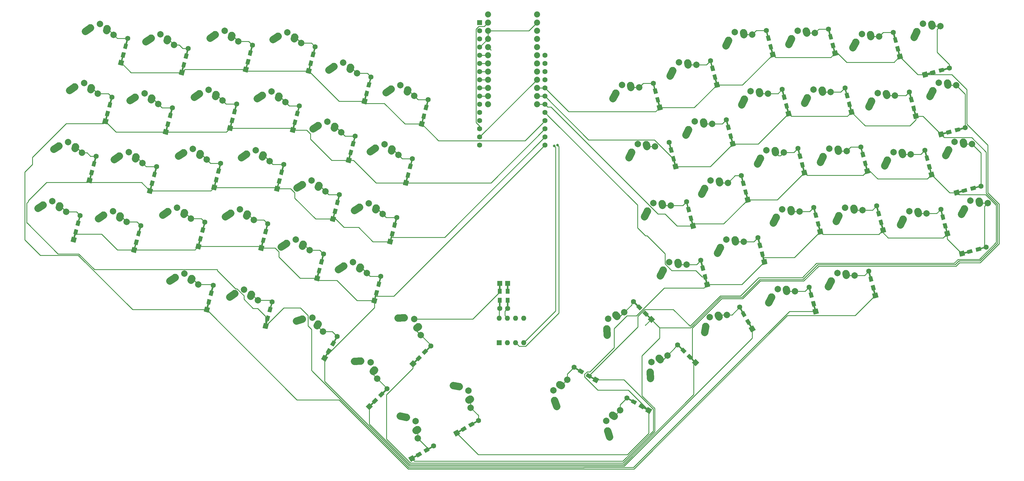
<source format=gbl>
G04 #@! TF.GenerationSoftware,KiCad,Pcbnew,(5.1.5)-3*
G04 #@! TF.CreationDate,2021-04-24T22:04:19+09:00*
G04 #@! TF.ProjectId,brimstone,6272696d-7374-46f6-9e65-2e6b69636164,rev?*
G04 #@! TF.SameCoordinates,Original*
G04 #@! TF.FileFunction,Copper,L2,Bot*
G04 #@! TF.FilePolarity,Positive*
%FSLAX46Y46*%
G04 Gerber Fmt 4.6, Leading zero omitted, Abs format (unit mm)*
G04 Created by KiCad (PCBNEW (5.1.5)-3) date 2021-04-24 22:04:19*
%MOMM*%
%LPD*%
G04 APERTURE LIST*
%ADD10O,1.600000X1.600000*%
%ADD11R,1.600000X1.600000*%
%ADD12C,1.600000*%
%ADD13R,0.500000X2.900000*%
%ADD14R,1.200000X1.600000*%
%ADD15C,1.879600*%
%ADD16C,2.000000*%
%ADD17C,2.250000*%
%ADD18C,2.250000*%
%ADD19C,0.100000*%
%ADD20C,0.800000*%
%ADD21C,0.250000*%
G04 APERTURE END LIST*
D10*
X205138000Y-127049999D03*
X212758000Y-134669999D03*
X207678000Y-127049999D03*
X210218000Y-134669999D03*
X210218000Y-127049999D03*
X207678000Y-134669999D03*
X212758000Y-127049999D03*
D11*
X205138000Y-134669999D03*
X207750000Y-116200000D03*
D12*
X207750000Y-124000000D03*
D13*
X207750000Y-117600000D03*
D14*
X207750000Y-118700000D03*
X207750000Y-121500000D03*
D13*
X207750000Y-122600000D03*
D11*
X205250000Y-116200000D03*
D12*
X205250000Y-124000000D03*
D13*
X205250000Y-117600000D03*
D14*
X205250000Y-118700000D03*
X205250000Y-121500000D03*
D13*
X205250000Y-122600000D03*
D12*
X219370000Y-73250000D03*
X219370000Y-70710000D03*
X219370000Y-68170000D03*
X219370000Y-65630000D03*
X219370000Y-63090000D03*
X219370000Y-60550000D03*
X219370000Y-58010000D03*
X219370000Y-55470000D03*
X219370000Y-52930000D03*
X219370000Y-50390000D03*
X219370000Y-47850000D03*
X219370000Y-45310000D03*
D11*
X199050000Y-35150000D03*
D12*
X199050000Y-37690000D03*
X199050000Y-40230000D03*
X199050000Y-42770000D03*
X199050000Y-45310000D03*
X199050000Y-47850000D03*
X199050000Y-50390000D03*
X199050000Y-52930000D03*
X199050000Y-55470000D03*
X199050000Y-58010000D03*
X199050000Y-60550000D03*
X199050000Y-63090000D03*
X199050000Y-65630000D03*
X199050000Y-68170000D03*
X199050000Y-70710000D03*
X199050000Y-73250000D03*
D15*
X216870000Y-32550000D03*
X216870000Y-35090000D03*
X216870000Y-37630000D03*
X216870000Y-40170000D03*
X216870000Y-42710000D03*
X216870000Y-45250000D03*
X216870000Y-47790000D03*
X216870000Y-50330000D03*
X216870000Y-52870000D03*
X216870000Y-55410000D03*
X216870000Y-57950000D03*
X216870000Y-60490000D03*
X201630000Y-60490000D03*
X201630000Y-57950000D03*
X201630000Y-55410000D03*
X201630000Y-52870000D03*
X201630000Y-50330000D03*
X201630000Y-47790000D03*
X201630000Y-45250000D03*
X201630000Y-42710000D03*
X201630000Y-40170000D03*
X201630000Y-37630000D03*
X201630000Y-35090000D03*
X201630000Y-32550000D03*
D16*
X119743244Y-37664653D03*
X124029354Y-40987192D03*
D17*
X116836674Y-38852864D03*
D18*
X115193435Y-39924063D02*
X116836667Y-38852853D01*
D17*
X121984464Y-39114112D03*
D18*
X121795712Y-39663996D02*
X121984030Y-39113962D01*
G04 #@! TA.AperFunction,ComponentPad*
D19*
G36*
X162689913Y-58593191D02*
G01*
X164235394Y-59007302D01*
X163821283Y-60552783D01*
X162275802Y-60138672D01*
X162689913Y-58593191D01*
G37*
G04 #@! TD.AperFunction*
D12*
X165274386Y-52038765D03*
G04 #@! TA.AperFunction,Conductor*
D19*
G36*
X163751750Y-56755394D02*
G01*
X164234713Y-56884803D01*
X163484138Y-59685988D01*
X163001175Y-59556579D01*
X163751750Y-56755394D01*
G37*
G04 #@! TD.AperFunction*
G04 #@! TA.AperFunction,SMDPad,CuDef*
G36*
X163530145Y-56230140D02*
G01*
X164689256Y-56540723D01*
X164275145Y-58086204D01*
X163116034Y-57775621D01*
X163530145Y-56230140D01*
G37*
G04 #@! TD.AperFunction*
G04 #@! TA.AperFunction,SMDPad,CuDef*
G36*
X164254839Y-53525548D02*
G01*
X165413950Y-53836131D01*
X164999839Y-55381612D01*
X163840728Y-55071029D01*
X164254839Y-53525548D01*
G37*
G04 #@! TD.AperFunction*
G04 #@! TA.AperFunction,Conductor*
G36*
X165045846Y-51925764D02*
G01*
X165528809Y-52055173D01*
X164778234Y-54856358D01*
X164295271Y-54726949D01*
X165045846Y-51925764D01*
G37*
G04 #@! TD.AperFunction*
G04 #@! TA.AperFunction,ComponentPad*
G36*
X180473101Y-65635790D02*
G01*
X182018582Y-66049901D01*
X181604471Y-67595382D01*
X180058990Y-67181271D01*
X180473101Y-65635790D01*
G37*
G04 #@! TD.AperFunction*
D12*
X183057574Y-59081364D03*
G04 #@! TA.AperFunction,Conductor*
D19*
G36*
X181534938Y-63797993D02*
G01*
X182017901Y-63927402D01*
X181267326Y-66728587D01*
X180784363Y-66599178D01*
X181534938Y-63797993D01*
G37*
G04 #@! TD.AperFunction*
G04 #@! TA.AperFunction,SMDPad,CuDef*
G36*
X181313333Y-63272739D02*
G01*
X182472444Y-63583322D01*
X182058333Y-65128803D01*
X180899222Y-64818220D01*
X181313333Y-63272739D01*
G37*
G04 #@! TD.AperFunction*
G04 #@! TA.AperFunction,SMDPad,CuDef*
G36*
X182038027Y-60568147D02*
G01*
X183197138Y-60878730D01*
X182783027Y-62424211D01*
X181623916Y-62113628D01*
X182038027Y-60568147D01*
G37*
G04 #@! TD.AperFunction*
G04 #@! TA.AperFunction,Conductor*
G36*
X182829034Y-58968363D02*
G01*
X183311997Y-59097772D01*
X182561422Y-61898957D01*
X182078459Y-61769548D01*
X182829034Y-58968363D01*
G37*
G04 #@! TD.AperFunction*
G04 #@! TA.AperFunction,ComponentPad*
G36*
X157772351Y-76945782D02*
G01*
X159317832Y-77359893D01*
X158903721Y-78905374D01*
X157358240Y-78491263D01*
X157772351Y-76945782D01*
G37*
G04 #@! TD.AperFunction*
D12*
X160356824Y-70391356D03*
G04 #@! TA.AperFunction,Conductor*
D19*
G36*
X158834188Y-75107985D02*
G01*
X159317151Y-75237394D01*
X158566576Y-78038579D01*
X158083613Y-77909170D01*
X158834188Y-75107985D01*
G37*
G04 #@! TD.AperFunction*
G04 #@! TA.AperFunction,SMDPad,CuDef*
G36*
X158612583Y-74582731D02*
G01*
X159771694Y-74893314D01*
X159357583Y-76438795D01*
X158198472Y-76128212D01*
X158612583Y-74582731D01*
G37*
G04 #@! TD.AperFunction*
G04 #@! TA.AperFunction,SMDPad,CuDef*
G36*
X159337277Y-71878139D02*
G01*
X160496388Y-72188722D01*
X160082277Y-73734203D01*
X158923166Y-73423620D01*
X159337277Y-71878139D01*
G37*
G04 #@! TD.AperFunction*
G04 #@! TA.AperFunction,Conductor*
G36*
X160128284Y-70278355D02*
G01*
X160611247Y-70407764D01*
X159860672Y-73208949D01*
X159377709Y-73079540D01*
X160128284Y-70278355D01*
G37*
G04 #@! TD.AperFunction*
G04 #@! TA.AperFunction,ComponentPad*
G36*
X165746298Y-120596969D02*
G01*
X167291779Y-121011080D01*
X166877668Y-122556561D01*
X165332187Y-122142450D01*
X165746298Y-120596969D01*
G37*
G04 #@! TD.AperFunction*
D12*
X168330771Y-114042543D03*
G04 #@! TA.AperFunction,Conductor*
D19*
G36*
X166808135Y-118759172D02*
G01*
X167291098Y-118888581D01*
X166540523Y-121689766D01*
X166057560Y-121560357D01*
X166808135Y-118759172D01*
G37*
G04 #@! TD.AperFunction*
G04 #@! TA.AperFunction,SMDPad,CuDef*
G36*
X166586530Y-118233918D02*
G01*
X167745641Y-118544501D01*
X167331530Y-120089982D01*
X166172419Y-119779399D01*
X166586530Y-118233918D01*
G37*
G04 #@! TD.AperFunction*
G04 #@! TA.AperFunction,SMDPad,CuDef*
G36*
X167311224Y-115529326D02*
G01*
X168470335Y-115839909D01*
X168056224Y-117385390D01*
X166897113Y-117074807D01*
X167311224Y-115529326D01*
G37*
G04 #@! TD.AperFunction*
G04 #@! TA.AperFunction,Conductor*
G36*
X168102231Y-113929542D02*
G01*
X168585194Y-114058951D01*
X167834619Y-116860136D01*
X167351656Y-116730727D01*
X168102231Y-113929542D01*
G37*
G04 #@! TD.AperFunction*
G04 #@! TA.AperFunction,ComponentPad*
G36*
X152880671Y-95201780D02*
G01*
X154426152Y-95615891D01*
X154012041Y-97161372D01*
X152466560Y-96747261D01*
X152880671Y-95201780D01*
G37*
G04 #@! TD.AperFunction*
D12*
X155465144Y-88647354D03*
G04 #@! TA.AperFunction,Conductor*
D19*
G36*
X153942508Y-93363983D02*
G01*
X154425471Y-93493392D01*
X153674896Y-96294577D01*
X153191933Y-96165168D01*
X153942508Y-93363983D01*
G37*
G04 #@! TD.AperFunction*
G04 #@! TA.AperFunction,SMDPad,CuDef*
G36*
X153720903Y-92838729D02*
G01*
X154880014Y-93149312D01*
X154465903Y-94694793D01*
X153306792Y-94384210D01*
X153720903Y-92838729D01*
G37*
G04 #@! TD.AperFunction*
G04 #@! TA.AperFunction,SMDPad,CuDef*
G36*
X154445597Y-90134137D02*
G01*
X155604708Y-90444720D01*
X155190597Y-91990201D01*
X154031486Y-91679618D01*
X154445597Y-90134137D01*
G37*
G04 #@! TD.AperFunction*
G04 #@! TA.AperFunction,Conductor*
G36*
X155236604Y-88534353D02*
G01*
X155719567Y-88663762D01*
X154968992Y-91464947D01*
X154486029Y-91335538D01*
X155236604Y-88534353D01*
G37*
G04 #@! TD.AperFunction*
G04 #@! TA.AperFunction,ComponentPad*
G36*
X175555540Y-83988380D02*
G01*
X177101021Y-84402491D01*
X176686910Y-85947972D01*
X175141429Y-85533861D01*
X175555540Y-83988380D01*
G37*
G04 #@! TD.AperFunction*
D12*
X178140013Y-77433954D03*
G04 #@! TA.AperFunction,Conductor*
D19*
G36*
X176617377Y-82150583D02*
G01*
X177100340Y-82279992D01*
X176349765Y-85081177D01*
X175866802Y-84951768D01*
X176617377Y-82150583D01*
G37*
G04 #@! TD.AperFunction*
G04 #@! TA.AperFunction,SMDPad,CuDef*
G36*
X176395772Y-81625329D02*
G01*
X177554883Y-81935912D01*
X177140772Y-83481393D01*
X175981661Y-83170810D01*
X176395772Y-81625329D01*
G37*
G04 #@! TD.AperFunction*
G04 #@! TA.AperFunction,SMDPad,CuDef*
G36*
X177120466Y-78920737D02*
G01*
X178279577Y-79231320D01*
X177865466Y-80776801D01*
X176706355Y-80466218D01*
X177120466Y-78920737D01*
G37*
G04 #@! TD.AperFunction*
G04 #@! TA.AperFunction,Conductor*
G36*
X177911473Y-77320953D02*
G01*
X178394436Y-77450362D01*
X177643861Y-80251547D01*
X177160898Y-80122138D01*
X177911473Y-77320953D01*
G37*
G04 #@! TD.AperFunction*
G04 #@! TA.AperFunction,ComponentPad*
G36*
X147937227Y-113650963D02*
G01*
X149482708Y-114065074D01*
X149068597Y-115610555D01*
X147523116Y-115196444D01*
X147937227Y-113650963D01*
G37*
G04 #@! TD.AperFunction*
D12*
X150521700Y-107096537D03*
G04 #@! TA.AperFunction,Conductor*
D19*
G36*
X148999064Y-111813166D02*
G01*
X149482027Y-111942575D01*
X148731452Y-114743760D01*
X148248489Y-114614351D01*
X148999064Y-111813166D01*
G37*
G04 #@! TD.AperFunction*
G04 #@! TA.AperFunction,SMDPad,CuDef*
G36*
X148777459Y-111287912D02*
G01*
X149936570Y-111598495D01*
X149522459Y-113143976D01*
X148363348Y-112833393D01*
X148777459Y-111287912D01*
G37*
G04 #@! TD.AperFunction*
G04 #@! TA.AperFunction,SMDPad,CuDef*
G36*
X149502153Y-108583320D02*
G01*
X150661264Y-108893903D01*
X150247153Y-110439384D01*
X149088042Y-110128801D01*
X149502153Y-108583320D01*
G37*
G04 #@! TD.AperFunction*
G04 #@! TA.AperFunction,Conductor*
G36*
X150293160Y-106983536D02*
G01*
X150776123Y-107112945D01*
X150025548Y-109914130D01*
X149542585Y-109784721D01*
X150293160Y-106983536D01*
G37*
G04 #@! TD.AperFunction*
G04 #@! TA.AperFunction,ComponentPad*
G36*
X170663860Y-102244378D02*
G01*
X172209341Y-102658489D01*
X171795230Y-104203970D01*
X170249749Y-103789859D01*
X170663860Y-102244378D01*
G37*
G04 #@! TD.AperFunction*
D12*
X173248333Y-95689952D03*
G04 #@! TA.AperFunction,Conductor*
D19*
G36*
X171725697Y-100406581D02*
G01*
X172208660Y-100535990D01*
X171458085Y-103337175D01*
X170975122Y-103207766D01*
X171725697Y-100406581D01*
G37*
G04 #@! TD.AperFunction*
G04 #@! TA.AperFunction,SMDPad,CuDef*
G36*
X171504092Y-99881327D02*
G01*
X172663203Y-100191910D01*
X172249092Y-101737391D01*
X171089981Y-101426808D01*
X171504092Y-99881327D01*
G37*
G04 #@! TD.AperFunction*
G04 #@! TA.AperFunction,SMDPad,CuDef*
G36*
X172228786Y-97176735D02*
G01*
X173387897Y-97487318D01*
X172973786Y-99032799D01*
X171814675Y-98722216D01*
X172228786Y-97176735D01*
G37*
G04 #@! TD.AperFunction*
G04 #@! TA.AperFunction,Conductor*
G36*
X173019793Y-95576951D02*
G01*
X173502756Y-95706360D01*
X172752181Y-98507545D01*
X172269218Y-98378136D01*
X173019793Y-95576951D01*
G37*
G04 #@! TD.AperFunction*
D16*
X159672113Y-109651911D03*
X163958223Y-112974450D03*
D17*
X156765543Y-110840122D03*
D18*
X155122304Y-111911321D02*
X156765536Y-110840111D01*
D17*
X161913333Y-111101370D03*
D18*
X161724581Y-111651254D02*
X161912899Y-111101220D01*
D16*
X169507237Y-72946730D03*
X173793347Y-76269269D03*
D17*
X166600667Y-74134941D03*
D18*
X164957428Y-75206140D02*
X166600660Y-74134930D01*
D17*
X171748457Y-74396189D03*
D18*
X171559705Y-74946073D02*
X171748023Y-74396039D01*
D16*
X164589675Y-91299320D03*
X168875785Y-94621859D03*
D17*
X161683105Y-92487531D03*
D18*
X160039866Y-93558730D02*
X161683098Y-92487520D01*
D17*
X166830895Y-92748779D03*
D18*
X166642143Y-93298663D02*
X166830461Y-92748629D01*
D16*
X174424799Y-54594139D03*
X178710909Y-57916678D03*
D17*
X171518229Y-55782350D03*
D18*
X169874990Y-56853549D02*
X171518222Y-55782339D01*
D17*
X176666019Y-56043598D03*
D18*
X176477267Y-56593482D02*
X176665585Y-56043448D01*
G04 #@! TA.AperFunction,ComponentPad*
D19*
G36*
X178322676Y-140084474D02*
G01*
X179454047Y-141215845D01*
X178322676Y-142347216D01*
X177191305Y-141215845D01*
X178322676Y-140084474D01*
G37*
G04 #@! TD.AperFunction*
D12*
X183838108Y-135700413D03*
G04 #@! TA.AperFunction,Conductor*
D19*
G36*
X180161153Y-139023814D02*
G01*
X180514707Y-139377368D01*
X178464097Y-141427978D01*
X178110543Y-141074424D01*
X180161153Y-139023814D01*
G37*
G04 #@! TD.AperFunction*
G04 #@! TA.AperFunction,SMDPad,CuDef*
G36*
X180231864Y-138458129D02*
G01*
X181080392Y-139306657D01*
X179949022Y-140438027D01*
X179100494Y-139589499D01*
X180231864Y-138458129D01*
G37*
G04 #@! TD.AperFunction*
G04 #@! TA.AperFunction,SMDPad,CuDef*
G36*
X182211762Y-136478231D02*
G01*
X183060290Y-137326759D01*
X181928920Y-138458129D01*
X181080392Y-137609601D01*
X182211762Y-136478231D01*
G37*
G04 #@! TD.AperFunction*
G04 #@! TA.AperFunction,Conductor*
G36*
X183696687Y-135488280D02*
G01*
X184050241Y-135841834D01*
X181999631Y-137892444D01*
X181646077Y-137538890D01*
X183696687Y-135488280D01*
G37*
G04 #@! TD.AperFunction*
D16*
X238398934Y-158973939D03*
X242717587Y-155693812D03*
D17*
X238794382Y-162089003D03*
D18*
X239403779Y-163953496D02*
X238794369Y-162089006D01*
D17*
X240379075Y-157184234D03*
D18*
X240861370Y-157508875D02*
X240378820Y-157184615D01*
D16*
X221944452Y-149473939D03*
X226263105Y-146193812D03*
D17*
X222339900Y-152589003D03*
D18*
X222949297Y-154453496D02*
X222339887Y-152589006D01*
D17*
X223924593Y-147684234D03*
D18*
X224406888Y-148008875D02*
X223924338Y-147684615D01*
D16*
X238981566Y-127255077D03*
X244002024Y-125204467D03*
D17*
X238557302Y-130366347D03*
D18*
X238663368Y-132325033D02*
X238557290Y-130366347D01*
D17*
X241357445Y-126038853D03*
D18*
X241739282Y-126477260D02*
X241357098Y-126039154D01*
D16*
X252416595Y-140690106D03*
X257437053Y-138639496D03*
D17*
X251992331Y-143801376D03*
D18*
X252098397Y-145760062D02*
X251992319Y-143801376D01*
D17*
X254792474Y-139473882D03*
D18*
X255174311Y-139912289D02*
X254792127Y-139474183D01*
D16*
X270548950Y-126682193D03*
X275929077Y-126000846D03*
D17*
X269333886Y-129577641D03*
D18*
X268929393Y-131497038D02*
X269333875Y-129577638D01*
D17*
X273158655Y-126122334D03*
D18*
X273414014Y-126644629D02*
X273158244Y-126122535D01*
D16*
X291695438Y-117966644D03*
X297068587Y-118700993D03*
D17*
X289772379Y-120448950D03*
D18*
X288884892Y-122198255D02*
X289772368Y-120448945D01*
D17*
X294361121Y-118101302D03*
D18*
X294472599Y-118671892D02*
X294360671Y-118101390D01*
D16*
X310241213Y-112997319D03*
X315614362Y-113731668D03*
D17*
X308318154Y-115479625D03*
D18*
X307430667Y-117228930D02*
X308318143Y-115479620D01*
D17*
X312906896Y-113131977D03*
D18*
X313018374Y-113702567D02*
X312906446Y-113132065D01*
D16*
X195590160Y-149552961D03*
X196271507Y-154933088D03*
D17*
X192694712Y-148337897D03*
D18*
X190775315Y-147933404D02*
X192694715Y-148337886D01*
D17*
X196150019Y-152162666D03*
D18*
X195627724Y-152418025D02*
X196149818Y-152162255D01*
D16*
X179135677Y-159052962D03*
X179817024Y-164433089D03*
D17*
X176240229Y-157837898D03*
D18*
X174320832Y-157433405D02*
X176240232Y-157837887D01*
D17*
X179695536Y-161662667D03*
D18*
X179173241Y-161918026D02*
X179695335Y-161662256D01*
D16*
X178719239Y-127279628D03*
X180769849Y-132300086D03*
D17*
X175607969Y-126855364D03*
D18*
X173649283Y-126961430D02*
X175607969Y-126855352D01*
D17*
X179935463Y-129655507D03*
D18*
X179497056Y-130037344D02*
X179935162Y-129655160D01*
D16*
X165170490Y-140791582D03*
X167221100Y-145812040D03*
D17*
X162059220Y-140367318D03*
D18*
X160100534Y-140473384D02*
X162059220Y-140367306D01*
D17*
X166386714Y-143167461D03*
D18*
X165948307Y-143549298D02*
X166386413Y-143167114D01*
D16*
X147030500Y-126885454D03*
X150310627Y-131204107D03*
D17*
X143915436Y-127280902D03*
D18*
X142050943Y-127890299D02*
X143915433Y-127280889D01*
D17*
X148820205Y-128865595D03*
D18*
X148495564Y-129347890D02*
X148819824Y-128865340D01*
D16*
X125811452Y-118178669D03*
X130097562Y-121501208D03*
D17*
X122904882Y-119366880D03*
D18*
X121261643Y-120438079D02*
X122904875Y-119366869D01*
D17*
X128052672Y-119628128D03*
D18*
X127863920Y-120178012D02*
X128052238Y-119627978D01*
D16*
X107265676Y-113209344D03*
X111551786Y-116531883D03*
D17*
X104359106Y-114397555D03*
D18*
X102715867Y-115468754D02*
X104359099Y-114397544D01*
D17*
X109506896Y-114658803D03*
D18*
X109318144Y-115208687D02*
X109506462Y-114658653D01*
D16*
X257983133Y-109607189D03*
X263356282Y-110341538D03*
D17*
X256060074Y-112089495D03*
D18*
X255172587Y-113838800D02*
X256060063Y-112089490D01*
D17*
X260648816Y-109741847D03*
D18*
X260760294Y-110312437D02*
X260648366Y-109741935D01*
D16*
X253065571Y-91254599D03*
X258438720Y-91988948D03*
D17*
X251142512Y-93736905D03*
D18*
X250255025Y-95486210D02*
X251142501Y-93736900D01*
D17*
X255731254Y-91389257D03*
D18*
X255842732Y-91959847D02*
X255730804Y-91389345D01*
D16*
X248196305Y-72889067D03*
X253569454Y-73623416D03*
D17*
X246273246Y-75371373D03*
D18*
X245385759Y-77120678D02*
X246273235Y-75371368D01*
D17*
X250861988Y-73023725D03*
D18*
X250973466Y-73594315D02*
X250861538Y-73023813D01*
D16*
X243278743Y-54536476D03*
X248651892Y-55270825D03*
D17*
X241355684Y-57018782D03*
D18*
X240468197Y-58768087D02*
X241355673Y-57018777D01*
D17*
X245944426Y-54671134D03*
D18*
X246055904Y-55241724D02*
X245943976Y-54671222D01*
D16*
X275766321Y-102564591D03*
X281139470Y-103298940D03*
D17*
X273843262Y-105046897D03*
D18*
X272955775Y-106796202D02*
X273843251Y-105046892D01*
D17*
X278432004Y-102699249D03*
D18*
X278543482Y-103269839D02*
X278431554Y-102699337D01*
D16*
X270848759Y-84212000D03*
X276221908Y-84946349D03*
D17*
X268925700Y-86694306D03*
D18*
X268038213Y-88443611D02*
X268925689Y-86694301D01*
D17*
X273514442Y-84346658D03*
D18*
X273625920Y-84917248D02*
X273513992Y-84346746D01*
D16*
X265931198Y-65859409D03*
X271304347Y-66593758D03*
D17*
X264008139Y-68341715D03*
D18*
X263120652Y-70091020D02*
X264008128Y-68341710D01*
D17*
X268596881Y-65994067D03*
D18*
X268708359Y-66564657D02*
X268596431Y-65994155D01*
D16*
X261013636Y-47506819D03*
X266386785Y-48241168D03*
D17*
X259090577Y-49989125D03*
D18*
X258203090Y-51738430D02*
X259090566Y-49989120D01*
D17*
X263679319Y-47641477D03*
D18*
X263790797Y-48212067D02*
X263678869Y-47641565D01*
D16*
X141888925Y-102609312D03*
X146175035Y-105931851D03*
D17*
X138982355Y-103797523D03*
D18*
X137339116Y-104868722D02*
X138982348Y-103797512D01*
D17*
X144130145Y-104058771D03*
D18*
X143941393Y-104608655D02*
X144129711Y-104058621D01*
D16*
X146806486Y-84256722D03*
X151092596Y-87579261D03*
D17*
X143899916Y-85444933D03*
D18*
X142256677Y-86516132D02*
X143899909Y-85444922D01*
D17*
X149047706Y-85706181D03*
D18*
X148858954Y-86256065D02*
X149047272Y-85706031D01*
D16*
X151724048Y-65904131D03*
X156010158Y-69226670D03*
D17*
X148817478Y-67092342D03*
D18*
X147174239Y-68163541D02*
X148817471Y-67092331D01*
D17*
X153965268Y-67353590D03*
D18*
X153776516Y-67903474D02*
X153964834Y-67353440D01*
D16*
X156641610Y-47551540D03*
X160927720Y-50874079D03*
D17*
X153735040Y-48739751D03*
D18*
X152091801Y-49810950D02*
X153735033Y-48739740D01*
D17*
X158882830Y-49000999D03*
D18*
X158694078Y-49550883D02*
X158882396Y-49000849D01*
D16*
X293121530Y-93152006D03*
X298494679Y-93886355D03*
D17*
X291198471Y-95634312D03*
D18*
X290310984Y-97383617D02*
X291198460Y-95634307D01*
D17*
X295787213Y-93286664D03*
D18*
X295898691Y-93857254D02*
X295786763Y-93286752D01*
D16*
X288203968Y-74799415D03*
X293577117Y-75533764D03*
D17*
X286280909Y-77281721D03*
D18*
X285393422Y-79031026D02*
X286280898Y-77281716D01*
D17*
X290869651Y-74934073D03*
D18*
X290981129Y-75504663D02*
X290869201Y-74934161D01*
D16*
X283286406Y-56446825D03*
X288659555Y-57181174D03*
D17*
X281363347Y-58929131D03*
D18*
X280475860Y-60678436D02*
X281363336Y-58929126D01*
D17*
X285952089Y-56581483D03*
D18*
X286063567Y-57152073D02*
X285951639Y-56581571D01*
D16*
X278368844Y-38094234D03*
X283741993Y-38828583D03*
D17*
X276445785Y-40576540D03*
D18*
X275558298Y-42325845D02*
X276445774Y-40576535D01*
D17*
X281034527Y-38228892D03*
D18*
X281146005Y-38799482D02*
X281034077Y-38228980D01*
D16*
X124533716Y-93196728D03*
X128819826Y-96519267D03*
D17*
X121627146Y-94384939D03*
D18*
X119983907Y-95456138D02*
X121627139Y-94384928D01*
D17*
X126774936Y-94646187D03*
D18*
X126586184Y-95196071D02*
X126774502Y-94646037D01*
D16*
X129451278Y-74844137D03*
X133737388Y-78166676D03*
D17*
X126544708Y-76032348D03*
D18*
X124901469Y-77103547D02*
X126544701Y-76032337D01*
D17*
X131692498Y-76293596D03*
D18*
X131503746Y-76843480D02*
X131692064Y-76293446D01*
D16*
X134368840Y-56491547D03*
X138654950Y-59814086D03*
D17*
X131462270Y-57679758D03*
D18*
X129819031Y-58750957D02*
X131462263Y-57679747D01*
D17*
X136610060Y-57941006D03*
D18*
X136421308Y-58490890D02*
X136609626Y-57940856D01*
D16*
X139286402Y-38138956D03*
X143572512Y-41461495D03*
D17*
X136379832Y-39327167D03*
D18*
X134736593Y-40398366D02*
X136379825Y-39327156D01*
D17*
X141527622Y-39588415D03*
D18*
X141338870Y-40138299D02*
X141527188Y-39588265D01*
D16*
X312664688Y-92677703D03*
X318037837Y-93412052D03*
D17*
X310741629Y-95160009D03*
D18*
X309854142Y-96909314D02*
X310741618Y-95160004D01*
D17*
X315330371Y-92812361D03*
D18*
X315441849Y-93382951D02*
X315329921Y-92812449D01*
D16*
X307747126Y-74325112D03*
X313120275Y-75059461D03*
D17*
X305824067Y-76807418D03*
D18*
X304936580Y-78556723D02*
X305824056Y-76807413D01*
D17*
X310412809Y-74459770D03*
D18*
X310524287Y-75030360D02*
X310412359Y-74459858D01*
D16*
X302829564Y-55972522D03*
X308202713Y-56706871D03*
D17*
X300906505Y-58454828D03*
D18*
X300019018Y-60204133D02*
X300906494Y-58454823D01*
D17*
X305495247Y-56107180D03*
D18*
X305606725Y-56677770D02*
X305494797Y-56107268D01*
D16*
X297912002Y-37619931D03*
X303285151Y-38354280D03*
D17*
X295988943Y-40102237D03*
D18*
X295101456Y-41851542D02*
X295988932Y-40102232D01*
D17*
X300577685Y-37754589D03*
D18*
X300689163Y-38325179D02*
X300577235Y-37754677D01*
D16*
X104990558Y-92722425D03*
X109276668Y-96044964D03*
D17*
X102083988Y-93910636D03*
D18*
X100440749Y-94981835D02*
X102083981Y-93910625D01*
D17*
X107231778Y-94171884D03*
D18*
X107043026Y-94721768D02*
X107231344Y-94171734D01*
D16*
X109908120Y-74369834D03*
X114194230Y-77692373D03*
D17*
X107001550Y-75558045D03*
D18*
X105358311Y-76629244D02*
X107001543Y-75558034D01*
D17*
X112149340Y-75819293D03*
D18*
X111960588Y-76369177D02*
X112148906Y-75819143D01*
D16*
X114825682Y-56017244D03*
X119111792Y-59339783D03*
D17*
X111919112Y-57205455D03*
D18*
X110275873Y-58276654D02*
X111919105Y-57205444D01*
D17*
X117066902Y-57466703D03*
D18*
X116878150Y-58016587D02*
X117066468Y-57466553D01*
D16*
X332621957Y-93748881D03*
X337995106Y-94483230D03*
D17*
X330698898Y-96231187D03*
D18*
X329811411Y-97980492D02*
X330698887Y-96231182D01*
D17*
X335287640Y-93883539D03*
D18*
X335399118Y-94454129D02*
X335287190Y-93883627D01*
D16*
X327704395Y-75396291D03*
X333077544Y-76130640D03*
D17*
X325781336Y-77878597D03*
D18*
X324893849Y-79627902D02*
X325781325Y-77878592D01*
D17*
X330370078Y-75530949D03*
D18*
X330481556Y-76101539D02*
X330369628Y-75531037D01*
D16*
X322786833Y-57043700D03*
X328159982Y-57778049D03*
D17*
X320863774Y-59526006D03*
D18*
X319976287Y-61275311D02*
X320863763Y-59526001D01*
D17*
X325452516Y-57178358D03*
D18*
X325563994Y-57748948D02*
X325452066Y-57178446D01*
D16*
X317869271Y-38691109D03*
X323242420Y-39425458D03*
D17*
X315946212Y-41173415D03*
D18*
X315058725Y-42922720D02*
X315946201Y-41173410D01*
D17*
X320534954Y-38825767D03*
D18*
X320646432Y-39396357D02*
X320534504Y-38825855D01*
D16*
X85033289Y-93793603D03*
X89319399Y-97116142D03*
D17*
X82126719Y-94981814D03*
D18*
X80483480Y-96053013D02*
X82126712Y-94981803D01*
D17*
X87274509Y-95243062D03*
D18*
X87085757Y-95792946D02*
X87274075Y-95242912D01*
D16*
X89950851Y-75441012D03*
X94236961Y-78763551D03*
D17*
X87044281Y-76629223D03*
D18*
X85401042Y-77700422D02*
X87044274Y-76629212D01*
D17*
X92192071Y-76890471D03*
D18*
X92003319Y-77440355D02*
X92191637Y-76890321D01*
D16*
X94868413Y-57088422D03*
X99154523Y-60410961D03*
D17*
X91961843Y-58276633D03*
D18*
X90318604Y-59347832D02*
X91961836Y-58276622D01*
D17*
X97109633Y-58537881D03*
D18*
X96920881Y-59087765D02*
X97109199Y-58537731D01*
D16*
X99785975Y-38735831D03*
X104072085Y-42058370D03*
D17*
X96879405Y-39924042D03*
D18*
X95236166Y-40995241D02*
X96879398Y-39924031D01*
D17*
X102027195Y-40185290D03*
D18*
X101838443Y-40735174D02*
X102026761Y-40185140D01*
D16*
X351633607Y-90518222D03*
X357006756Y-91252571D03*
D17*
X349710548Y-93000528D03*
D18*
X348823061Y-94749833D02*
X349710537Y-93000523D01*
D17*
X354299290Y-90652880D03*
D18*
X354410768Y-91223470D02*
X354298840Y-90652968D01*
D16*
X346716045Y-72165632D03*
X352089194Y-72899981D03*
D17*
X344792986Y-74647938D03*
D18*
X343905499Y-76397243D02*
X344792975Y-74647933D01*
D17*
X349381728Y-72300290D03*
D18*
X349493206Y-72870880D02*
X349381278Y-72300378D01*
D16*
X341798483Y-53813041D03*
X347171632Y-54547390D03*
D17*
X339875424Y-56295347D03*
D18*
X338987937Y-58044652D02*
X339875413Y-56295342D01*
D17*
X344464166Y-53947699D03*
D18*
X344575644Y-54518289D02*
X344463716Y-53947787D01*
D16*
X336880921Y-35460450D03*
X342254070Y-36194799D03*
D17*
X334957862Y-37942756D03*
D18*
X334070375Y-39692061D02*
X334957851Y-37942751D01*
D17*
X339546604Y-35595108D03*
D18*
X339658082Y-36165698D02*
X339546154Y-35595196D01*
D16*
X66214824Y-90614708D03*
X70500934Y-93937247D03*
D17*
X63308254Y-91802919D03*
D18*
X61665015Y-92874118D02*
X63308247Y-91802908D01*
D17*
X68456044Y-92064167D03*
D18*
X68267292Y-92614051D02*
X68455610Y-92064017D01*
D16*
X71132386Y-72262117D03*
X75418496Y-75584656D03*
D17*
X68225816Y-73450328D03*
D18*
X66582577Y-74521527D02*
X68225809Y-73450317D01*
D17*
X73373606Y-73711576D03*
D18*
X73184854Y-74261460D02*
X73373172Y-73711426D01*
D16*
X76049948Y-53909526D03*
X80336058Y-57232065D03*
D17*
X73143378Y-55097737D03*
D18*
X71500139Y-56168936D02*
X73143371Y-55097726D01*
D17*
X78291168Y-55358985D03*
D18*
X78102416Y-55908869D02*
X78290734Y-55358835D01*
D16*
X80967510Y-35556936D03*
X85253620Y-38879475D03*
D17*
X78060940Y-36745147D03*
D18*
X76417701Y-37816346D02*
X78060933Y-36745136D01*
D17*
X83208730Y-37006395D03*
D18*
X83019978Y-37556279D02*
X83208296Y-37006245D01*
G04 #@! TA.AperFunction,ComponentPad*
D19*
G36*
X250493163Y-156026121D02*
G01*
X251293163Y-154640481D01*
X252678803Y-155440481D01*
X251878803Y-156826121D01*
X250493163Y-156026121D01*
G37*
G04 #@! TD.AperFunction*
D12*
X244830985Y-151833301D03*
G04 #@! TA.AperFunction,Conductor*
D19*
G36*
X248992811Y-154524807D02*
G01*
X249242811Y-154091795D01*
X251754285Y-155541795D01*
X251504285Y-155974807D01*
X248992811Y-154524807D01*
G37*
G04 #@! TD.AperFunction*
G04 #@! TA.AperFunction,SMDPad,CuDef*
G36*
X248428100Y-154602916D02*
G01*
X249028100Y-153563686D01*
X250413740Y-154363686D01*
X249813740Y-155402916D01*
X248428100Y-154602916D01*
G37*
G04 #@! TD.AperFunction*
G04 #@! TA.AperFunction,SMDPad,CuDef*
G36*
X246003228Y-153202916D02*
G01*
X246603228Y-152163686D01*
X247988868Y-152963686D01*
X247388868Y-154002916D01*
X246003228Y-153202916D01*
G37*
G04 #@! TD.AperFunction*
G04 #@! TA.AperFunction,Conductor*
G36*
X244662683Y-152024807D02*
G01*
X244912683Y-151591795D01*
X247424157Y-153041795D01*
X247174157Y-153474807D01*
X244662683Y-152024807D01*
G37*
G04 #@! TD.AperFunction*
G04 #@! TA.AperFunction,ComponentPad*
G36*
X234038680Y-146526120D02*
G01*
X234838680Y-145140480D01*
X236224320Y-145940480D01*
X235424320Y-147326120D01*
X234038680Y-146526120D01*
G37*
G04 #@! TD.AperFunction*
D12*
X228376502Y-142333300D03*
G04 #@! TA.AperFunction,Conductor*
D19*
G36*
X232538328Y-145024806D02*
G01*
X232788328Y-144591794D01*
X235299802Y-146041794D01*
X235049802Y-146474806D01*
X232538328Y-145024806D01*
G37*
G04 #@! TD.AperFunction*
G04 #@! TA.AperFunction,SMDPad,CuDef*
G36*
X231973617Y-145102915D02*
G01*
X232573617Y-144063685D01*
X233959257Y-144863685D01*
X233359257Y-145902915D01*
X231973617Y-145102915D01*
G37*
G04 #@! TD.AperFunction*
G04 #@! TA.AperFunction,SMDPad,CuDef*
G36*
X229548745Y-143702915D02*
G01*
X230148745Y-142663685D01*
X231534385Y-143463685D01*
X230934385Y-144502915D01*
X229548745Y-143702915D01*
G37*
G04 #@! TD.AperFunction*
G04 #@! TA.AperFunction,Conductor*
G36*
X228208200Y-142524806D02*
G01*
X228458200Y-142091794D01*
X230969674Y-143541794D01*
X230719674Y-143974806D01*
X228208200Y-142524806D01*
G37*
G04 #@! TD.AperFunction*
G04 #@! TA.AperFunction,ComponentPad*
G36*
X251285223Y-127396498D02*
G01*
X252416594Y-126265127D01*
X253547965Y-127396498D01*
X252416594Y-128527869D01*
X251285223Y-127396498D01*
G37*
G04 #@! TD.AperFunction*
D12*
X246901162Y-121881066D03*
G04 #@! TA.AperFunction,Conductor*
D19*
G36*
X250224563Y-125558021D02*
G01*
X250578117Y-125204467D01*
X252628727Y-127255077D01*
X252275173Y-127608631D01*
X250224563Y-125558021D01*
G37*
G04 #@! TD.AperFunction*
G04 #@! TA.AperFunction,SMDPad,CuDef*
G36*
X249658878Y-125487310D02*
G01*
X250507406Y-124638782D01*
X251638776Y-125770152D01*
X250790248Y-126618680D01*
X249658878Y-125487310D01*
G37*
G04 #@! TD.AperFunction*
G04 #@! TA.AperFunction,SMDPad,CuDef*
G36*
X247678980Y-123507412D02*
G01*
X248527508Y-122658884D01*
X249658878Y-123790254D01*
X248810350Y-124638782D01*
X247678980Y-123507412D01*
G37*
G04 #@! TD.AperFunction*
G04 #@! TA.AperFunction,Conductor*
G36*
X246689029Y-122022487D02*
G01*
X247042583Y-121668933D01*
X249093193Y-123719543D01*
X248739639Y-124073097D01*
X246689029Y-122022487D01*
G37*
G04 #@! TD.AperFunction*
G04 #@! TA.AperFunction,ComponentPad*
G36*
X265003094Y-140831527D02*
G01*
X266134465Y-139700156D01*
X267265836Y-140831527D01*
X266134465Y-141962898D01*
X265003094Y-140831527D01*
G37*
G04 #@! TD.AperFunction*
D12*
X260619033Y-135316095D03*
G04 #@! TA.AperFunction,Conductor*
D19*
G36*
X263942434Y-138993050D02*
G01*
X264295988Y-138639496D01*
X266346598Y-140690106D01*
X265993044Y-141043660D01*
X263942434Y-138993050D01*
G37*
G04 #@! TD.AperFunction*
G04 #@! TA.AperFunction,SMDPad,CuDef*
G36*
X263376749Y-138922339D02*
G01*
X264225277Y-138073811D01*
X265356647Y-139205181D01*
X264508119Y-140053709D01*
X263376749Y-138922339D01*
G37*
G04 #@! TD.AperFunction*
G04 #@! TA.AperFunction,SMDPad,CuDef*
G36*
X261396851Y-136942441D02*
G01*
X262245379Y-136093913D01*
X263376749Y-137225283D01*
X262528221Y-138073811D01*
X261396851Y-136942441D01*
G37*
G04 #@! TD.AperFunction*
G04 #@! TA.AperFunction,Conductor*
G36*
X260406900Y-135457516D02*
G01*
X260760454Y-135103962D01*
X262811064Y-137154572D01*
X262457510Y-137508126D01*
X260406900Y-135457516D01*
G37*
G04 #@! TD.AperFunction*
G04 #@! TA.AperFunction,ComponentPad*
G36*
X282669974Y-130076422D02*
G01*
X284055614Y-129276422D01*
X284855614Y-130662062D01*
X283469974Y-131462062D01*
X282669974Y-130076422D01*
G37*
G04 #@! TD.AperFunction*
D12*
X279862794Y-123614244D03*
G04 #@! TA.AperFunction,Conductor*
D19*
G36*
X282121288Y-128026070D02*
G01*
X282554300Y-127776070D01*
X284004300Y-130287544D01*
X283571288Y-130537544D01*
X282121288Y-128026070D01*
G37*
G04 #@! TD.AperFunction*
G04 #@! TA.AperFunction,SMDPad,CuDef*
G36*
X281593179Y-127811359D02*
G01*
X282632409Y-127211359D01*
X283432409Y-128596999D01*
X282393179Y-129196999D01*
X281593179Y-127811359D01*
G37*
G04 #@! TD.AperFunction*
G04 #@! TA.AperFunction,SMDPad,CuDef*
G36*
X280193179Y-125386487D02*
G01*
X281232409Y-124786487D01*
X282032409Y-126172127D01*
X280993179Y-126772127D01*
X280193179Y-125386487D01*
G37*
G04 #@! TD.AperFunction*
G04 #@! TA.AperFunction,Conductor*
G36*
X279621288Y-123695942D02*
G01*
X280054300Y-123445942D01*
X281504300Y-125957416D01*
X281071288Y-126207416D01*
X279621288Y-123695942D01*
G37*
G04 #@! TD.AperFunction*
G04 #@! TA.AperFunction,ComponentPad*
G36*
X302524956Y-124382369D02*
G01*
X304070437Y-123968258D01*
X304484548Y-125513739D01*
X302939067Y-125927850D01*
X302524956Y-124382369D01*
G37*
G04 #@! TD.AperFunction*
D12*
X301485964Y-117413832D03*
G04 #@! TA.AperFunction,Conductor*
D19*
G36*
X302525637Y-122259870D02*
G01*
X303008600Y-122130461D01*
X303759175Y-124931646D01*
X303276212Y-125061055D01*
X302525637Y-122259870D01*
G37*
G04 #@! TD.AperFunction*
G04 #@! TA.AperFunction,SMDPad,CuDef*
G36*
X302071094Y-121915790D02*
G01*
X303230205Y-121605207D01*
X303644316Y-123150688D01*
X302485205Y-123461271D01*
X302071094Y-121915790D01*
G37*
G04 #@! TD.AperFunction*
G04 #@! TA.AperFunction,SMDPad,CuDef*
G36*
X301346400Y-119211198D02*
G01*
X302505511Y-118900615D01*
X302919622Y-120446096D01*
X301760511Y-120756679D01*
X301346400Y-119211198D01*
G37*
G04 #@! TD.AperFunction*
G04 #@! TA.AperFunction,Conductor*
G36*
X301231541Y-117430240D02*
G01*
X301714504Y-117300831D01*
X302465079Y-120102016D01*
X301982116Y-120231425D01*
X301231541Y-117430240D01*
G37*
G04 #@! TD.AperFunction*
G04 #@! TA.AperFunction,ComponentPad*
G36*
X321070731Y-119413044D02*
G01*
X322616212Y-118998933D01*
X323030323Y-120544414D01*
X321484842Y-120958525D01*
X321070731Y-119413044D01*
G37*
G04 #@! TD.AperFunction*
D12*
X320031739Y-112444507D03*
G04 #@! TA.AperFunction,Conductor*
D19*
G36*
X321071412Y-117290545D02*
G01*
X321554375Y-117161136D01*
X322304950Y-119962321D01*
X321821987Y-120091730D01*
X321071412Y-117290545D01*
G37*
G04 #@! TD.AperFunction*
G04 #@! TA.AperFunction,SMDPad,CuDef*
G36*
X320616869Y-116946465D02*
G01*
X321775980Y-116635882D01*
X322190091Y-118181363D01*
X321030980Y-118491946D01*
X320616869Y-116946465D01*
G37*
G04 #@! TD.AperFunction*
G04 #@! TA.AperFunction,SMDPad,CuDef*
G36*
X319892175Y-114241873D02*
G01*
X321051286Y-113931290D01*
X321465397Y-115476771D01*
X320306286Y-115787354D01*
X319892175Y-114241873D01*
G37*
G04 #@! TD.AperFunction*
G04 #@! TA.AperFunction,Conductor*
G36*
X319777316Y-112460915D02*
G01*
X320260279Y-112331506D01*
X321010854Y-115132691D01*
X320527891Y-115262100D01*
X319777316Y-112460915D01*
G37*
G04 #@! TD.AperFunction*
G04 #@! TA.AperFunction,ComponentPad*
G36*
X192195932Y-161673985D02*
G01*
X192995932Y-163059625D01*
X191610292Y-163859625D01*
X190810292Y-162473985D01*
X192195932Y-161673985D01*
G37*
G04 #@! TD.AperFunction*
D12*
X198658110Y-158866805D03*
G04 #@! TA.AperFunction,Conductor*
D19*
G36*
X194246284Y-161125299D02*
G01*
X194496284Y-161558311D01*
X191984810Y-163008311D01*
X191734810Y-162575299D01*
X194246284Y-161125299D01*
G37*
G04 #@! TD.AperFunction*
G04 #@! TA.AperFunction,SMDPad,CuDef*
G36*
X194460995Y-160597190D02*
G01*
X195060995Y-161636420D01*
X193675355Y-162436420D01*
X193075355Y-161397190D01*
X194460995Y-160597190D01*
G37*
G04 #@! TD.AperFunction*
G04 #@! TA.AperFunction,SMDPad,CuDef*
G36*
X196885867Y-159197190D02*
G01*
X197485867Y-160236420D01*
X196100227Y-161036420D01*
X195500227Y-159997190D01*
X196885867Y-159197190D01*
G37*
G04 #@! TD.AperFunction*
G04 #@! TA.AperFunction,Conductor*
G36*
X198576412Y-158625299D02*
G01*
X198826412Y-159058311D01*
X196314938Y-160508311D01*
X196064938Y-160075299D01*
X198576412Y-158625299D01*
G37*
G04 #@! TD.AperFunction*
G04 #@! TA.AperFunction,ComponentPad*
G36*
X178265321Y-169607180D02*
G01*
X179065321Y-170992820D01*
X177679681Y-171792820D01*
X176879681Y-170407180D01*
X178265321Y-169607180D01*
G37*
G04 #@! TD.AperFunction*
D12*
X184727499Y-166800000D03*
G04 #@! TA.AperFunction,Conductor*
D19*
G36*
X180315673Y-169058494D02*
G01*
X180565673Y-169491506D01*
X178054199Y-170941506D01*
X177804199Y-170508494D01*
X180315673Y-169058494D01*
G37*
G04 #@! TD.AperFunction*
G04 #@! TA.AperFunction,SMDPad,CuDef*
G36*
X180530384Y-168530385D02*
G01*
X181130384Y-169569615D01*
X179744744Y-170369615D01*
X179144744Y-169330385D01*
X180530384Y-168530385D01*
G37*
G04 #@! TD.AperFunction*
G04 #@! TA.AperFunction,SMDPad,CuDef*
G36*
X182955256Y-167130385D02*
G01*
X183555256Y-168169615D01*
X182169616Y-168969615D01*
X181569616Y-167930385D01*
X182955256Y-167130385D01*
G37*
G04 #@! TD.AperFunction*
G04 #@! TA.AperFunction,Conductor*
G36*
X184645801Y-166558494D02*
G01*
X184895801Y-166991506D01*
X182384327Y-168441506D01*
X182134327Y-168008494D01*
X184645801Y-166558494D01*
G37*
G04 #@! TD.AperFunction*
G04 #@! TA.AperFunction,ComponentPad*
G36*
X164746226Y-153378082D02*
G01*
X165877597Y-154509453D01*
X164746226Y-155640824D01*
X163614855Y-154509453D01*
X164746226Y-153378082D01*
G37*
G04 #@! TD.AperFunction*
D12*
X170261658Y-148994021D03*
G04 #@! TA.AperFunction,Conductor*
D19*
G36*
X166584703Y-152317422D02*
G01*
X166938257Y-152670976D01*
X164887647Y-154721586D01*
X164534093Y-154368032D01*
X166584703Y-152317422D01*
G37*
G04 #@! TD.AperFunction*
G04 #@! TA.AperFunction,SMDPad,CuDef*
G36*
X166655414Y-151751737D02*
G01*
X167503942Y-152600265D01*
X166372572Y-153731635D01*
X165524044Y-152883107D01*
X166655414Y-151751737D01*
G37*
G04 #@! TD.AperFunction*
G04 #@! TA.AperFunction,SMDPad,CuDef*
G36*
X168635312Y-149771839D02*
G01*
X169483840Y-150620367D01*
X168352470Y-151751737D01*
X167503942Y-150903209D01*
X168635312Y-149771839D01*
G37*
G04 #@! TD.AperFunction*
G04 #@! TA.AperFunction,Conductor*
G36*
X170120237Y-148781888D02*
G01*
X170473791Y-149135442D01*
X168423181Y-151186052D01*
X168069627Y-150832498D01*
X170120237Y-148781888D01*
G37*
G04 #@! TD.AperFunction*
G04 #@! TA.AperFunction,ComponentPad*
G36*
X150551524Y-138386862D02*
G01*
X151937164Y-139186862D01*
X151137164Y-140572502D01*
X149751524Y-139772502D01*
X150551524Y-138386862D01*
G37*
G04 #@! TD.AperFunction*
D12*
X154744344Y-132724684D03*
G04 #@! TA.AperFunction,Conductor*
D19*
G36*
X152052838Y-136886510D02*
G01*
X152485850Y-137136510D01*
X151035850Y-139647984D01*
X150602838Y-139397984D01*
X152052838Y-136886510D01*
G37*
G04 #@! TD.AperFunction*
G04 #@! TA.AperFunction,SMDPad,CuDef*
G36*
X151974729Y-136321799D02*
G01*
X153013959Y-136921799D01*
X152213959Y-138307439D01*
X151174729Y-137707439D01*
X151974729Y-136321799D01*
G37*
G04 #@! TD.AperFunction*
G04 #@! TA.AperFunction,SMDPad,CuDef*
G36*
X153374729Y-133896927D02*
G01*
X154413959Y-134496927D01*
X153613959Y-135882567D01*
X152574729Y-135282567D01*
X153374729Y-133896927D01*
G37*
G04 #@! TD.AperFunction*
G04 #@! TA.AperFunction,Conductor*
G36*
X154552838Y-132556382D02*
G01*
X154985850Y-132806382D01*
X153535850Y-135317856D01*
X153102838Y-135067856D01*
X154552838Y-132556382D01*
G37*
G04 #@! TD.AperFunction*
G04 #@! TA.AperFunction,ComponentPad*
G36*
X131944335Y-128518290D02*
G01*
X133489816Y-128932401D01*
X133075705Y-130477882D01*
X131530224Y-130063771D01*
X131944335Y-128518290D01*
G37*
G04 #@! TD.AperFunction*
D12*
X134528808Y-121963864D03*
G04 #@! TA.AperFunction,Conductor*
D19*
G36*
X133006172Y-126680493D02*
G01*
X133489135Y-126809902D01*
X132738560Y-129611087D01*
X132255597Y-129481678D01*
X133006172Y-126680493D01*
G37*
G04 #@! TD.AperFunction*
G04 #@! TA.AperFunction,SMDPad,CuDef*
G36*
X132784567Y-126155239D02*
G01*
X133943678Y-126465822D01*
X133529567Y-128011303D01*
X132370456Y-127700720D01*
X132784567Y-126155239D01*
G37*
G04 #@! TD.AperFunction*
G04 #@! TA.AperFunction,SMDPad,CuDef*
G36*
X133509261Y-123450647D02*
G01*
X134668372Y-123761230D01*
X134254261Y-125306711D01*
X133095150Y-124996128D01*
X133509261Y-123450647D01*
G37*
G04 #@! TD.AperFunction*
G04 #@! TA.AperFunction,Conductor*
G36*
X134300268Y-121850863D02*
G01*
X134783231Y-121980272D01*
X134032656Y-124781457D01*
X133549693Y-124652048D01*
X134300268Y-121850863D01*
G37*
G04 #@! TD.AperFunction*
G04 #@! TA.AperFunction,ComponentPad*
G36*
X113643508Y-123407543D02*
G01*
X115188989Y-123821654D01*
X114774878Y-125367135D01*
X113229397Y-124953024D01*
X113643508Y-123407543D01*
G37*
G04 #@! TD.AperFunction*
D12*
X116227981Y-116853117D03*
G04 #@! TA.AperFunction,Conductor*
D19*
G36*
X114705345Y-121569746D02*
G01*
X115188308Y-121699155D01*
X114437733Y-124500340D01*
X113954770Y-124370931D01*
X114705345Y-121569746D01*
G37*
G04 #@! TD.AperFunction*
G04 #@! TA.AperFunction,SMDPad,CuDef*
G36*
X114483740Y-121044492D02*
G01*
X115642851Y-121355075D01*
X115228740Y-122900556D01*
X114069629Y-122589973D01*
X114483740Y-121044492D01*
G37*
G04 #@! TD.AperFunction*
G04 #@! TA.AperFunction,SMDPad,CuDef*
G36*
X115208434Y-118339900D02*
G01*
X116367545Y-118650483D01*
X115953434Y-120195964D01*
X114794323Y-119885381D01*
X115208434Y-118339900D01*
G37*
G04 #@! TD.AperFunction*
G04 #@! TA.AperFunction,Conductor*
G36*
X115999441Y-116740116D02*
G01*
X116482404Y-116869525D01*
X115731829Y-119670710D01*
X115248866Y-119541301D01*
X115999441Y-116740116D01*
G37*
G04 #@! TD.AperFunction*
G04 #@! TA.AperFunction,ComponentPad*
G36*
X268812650Y-116022915D02*
G01*
X270358131Y-115608804D01*
X270772242Y-117154285D01*
X269226761Y-117568396D01*
X268812650Y-116022915D01*
G37*
G04 #@! TD.AperFunction*
D12*
X267773658Y-109054378D03*
G04 #@! TA.AperFunction,Conductor*
D19*
G36*
X268813331Y-113900416D02*
G01*
X269296294Y-113771007D01*
X270046869Y-116572192D01*
X269563906Y-116701601D01*
X268813331Y-113900416D01*
G37*
G04 #@! TD.AperFunction*
G04 #@! TA.AperFunction,SMDPad,CuDef*
G36*
X268358788Y-113556336D02*
G01*
X269517899Y-113245753D01*
X269932010Y-114791234D01*
X268772899Y-115101817D01*
X268358788Y-113556336D01*
G37*
G04 #@! TD.AperFunction*
G04 #@! TA.AperFunction,SMDPad,CuDef*
G36*
X267634094Y-110851744D02*
G01*
X268793205Y-110541161D01*
X269207316Y-112086642D01*
X268048205Y-112397225D01*
X267634094Y-110851744D01*
G37*
G04 #@! TD.AperFunction*
G04 #@! TA.AperFunction,Conductor*
G36*
X267519235Y-109070786D02*
G01*
X268002198Y-108941377D01*
X268752773Y-111742562D01*
X268269810Y-111871971D01*
X267519235Y-109070786D01*
G37*
G04 #@! TD.AperFunction*
G04 #@! TA.AperFunction,ComponentPad*
G36*
X264394460Y-97795337D02*
G01*
X265939941Y-97381226D01*
X266354052Y-98926707D01*
X264808571Y-99340818D01*
X264394460Y-97795337D01*
G37*
G04 #@! TD.AperFunction*
D12*
X263355468Y-90826800D03*
G04 #@! TA.AperFunction,Conductor*
D19*
G36*
X264395141Y-95672838D02*
G01*
X264878104Y-95543429D01*
X265628679Y-98344614D01*
X265145716Y-98474023D01*
X264395141Y-95672838D01*
G37*
G04 #@! TD.AperFunction*
G04 #@! TA.AperFunction,SMDPad,CuDef*
G36*
X263940598Y-95328758D02*
G01*
X265099709Y-95018175D01*
X265513820Y-96563656D01*
X264354709Y-96874239D01*
X263940598Y-95328758D01*
G37*
G04 #@! TD.AperFunction*
G04 #@! TA.AperFunction,SMDPad,CuDef*
G36*
X263215904Y-92624166D02*
G01*
X264375015Y-92313583D01*
X264789126Y-93859064D01*
X263630015Y-94169647D01*
X263215904Y-92624166D01*
G37*
G04 #@! TD.AperFunction*
G04 #@! TA.AperFunction,Conductor*
G36*
X263101045Y-90843208D02*
G01*
X263584008Y-90713799D01*
X264334583Y-93514984D01*
X263851620Y-93644393D01*
X263101045Y-90843208D01*
G37*
G04 #@! TD.AperFunction*
G04 #@! TA.AperFunction,ComponentPad*
G36*
X258977527Y-79317733D02*
G01*
X260523008Y-78903622D01*
X260937119Y-80449103D01*
X259391638Y-80863214D01*
X258977527Y-79317733D01*
G37*
G04 #@! TD.AperFunction*
D12*
X257938535Y-72349196D03*
G04 #@! TA.AperFunction,Conductor*
D19*
G36*
X258978208Y-77195234D02*
G01*
X259461171Y-77065825D01*
X260211746Y-79867010D01*
X259728783Y-79996419D01*
X258978208Y-77195234D01*
G37*
G04 #@! TD.AperFunction*
G04 #@! TA.AperFunction,SMDPad,CuDef*
G36*
X258523665Y-76851154D02*
G01*
X259682776Y-76540571D01*
X260096887Y-78086052D01*
X258937776Y-78396635D01*
X258523665Y-76851154D01*
G37*
G04 #@! TD.AperFunction*
G04 #@! TA.AperFunction,SMDPad,CuDef*
G36*
X257798971Y-74146562D02*
G01*
X258958082Y-73835979D01*
X259372193Y-75381460D01*
X258213082Y-75692043D01*
X257798971Y-74146562D01*
G37*
G04 #@! TD.AperFunction*
G04 #@! TA.AperFunction,Conductor*
G36*
X257684112Y-72365604D02*
G01*
X258167075Y-72236195D01*
X258917650Y-75037380D01*
X258434687Y-75166789D01*
X257684112Y-72365604D01*
G37*
G04 #@! TD.AperFunction*
G04 #@! TA.AperFunction,ComponentPad*
G36*
X254059965Y-60965142D02*
G01*
X255605446Y-60551031D01*
X256019557Y-62096512D01*
X254474076Y-62510623D01*
X254059965Y-60965142D01*
G37*
G04 #@! TD.AperFunction*
D12*
X253020973Y-53996605D03*
G04 #@! TA.AperFunction,Conductor*
D19*
G36*
X254060646Y-58842643D02*
G01*
X254543609Y-58713234D01*
X255294184Y-61514419D01*
X254811221Y-61643828D01*
X254060646Y-58842643D01*
G37*
G04 #@! TD.AperFunction*
G04 #@! TA.AperFunction,SMDPad,CuDef*
G36*
X253606103Y-58498563D02*
G01*
X254765214Y-58187980D01*
X255179325Y-59733461D01*
X254020214Y-60044044D01*
X253606103Y-58498563D01*
G37*
G04 #@! TD.AperFunction*
G04 #@! TA.AperFunction,SMDPad,CuDef*
G36*
X252881409Y-55793971D02*
G01*
X254040520Y-55483388D01*
X254454631Y-57028869D01*
X253295520Y-57339452D01*
X252881409Y-55793971D01*
G37*
G04 #@! TD.AperFunction*
G04 #@! TA.AperFunction,Conductor*
G36*
X252766550Y-54013013D02*
G01*
X253249513Y-53883604D01*
X254000088Y-56684789D01*
X253517125Y-56814198D01*
X252766550Y-54013013D01*
G37*
G04 #@! TD.AperFunction*
G04 #@! TA.AperFunction,ComponentPad*
G36*
X286595839Y-108980316D02*
G01*
X288141320Y-108566205D01*
X288555431Y-110111686D01*
X287009950Y-110525797D01*
X286595839Y-108980316D01*
G37*
G04 #@! TD.AperFunction*
D12*
X285556847Y-102011779D03*
G04 #@! TA.AperFunction,Conductor*
D19*
G36*
X286596520Y-106857817D02*
G01*
X287079483Y-106728408D01*
X287830058Y-109529593D01*
X287347095Y-109659002D01*
X286596520Y-106857817D01*
G37*
G04 #@! TD.AperFunction*
G04 #@! TA.AperFunction,SMDPad,CuDef*
G36*
X286141977Y-106513737D02*
G01*
X287301088Y-106203154D01*
X287715199Y-107748635D01*
X286556088Y-108059218D01*
X286141977Y-106513737D01*
G37*
G04 #@! TD.AperFunction*
G04 #@! TA.AperFunction,SMDPad,CuDef*
G36*
X285417283Y-103809145D02*
G01*
X286576394Y-103498562D01*
X286990505Y-105044043D01*
X285831394Y-105354626D01*
X285417283Y-103809145D01*
G37*
G04 #@! TD.AperFunction*
G04 #@! TA.AperFunction,Conductor*
G36*
X285302424Y-102028187D02*
G01*
X285785387Y-101898778D01*
X286535962Y-104699963D01*
X286052999Y-104829372D01*
X285302424Y-102028187D01*
G37*
G04 #@! TD.AperFunction*
G04 #@! TA.AperFunction,ComponentPad*
G36*
X281419458Y-89661799D02*
G01*
X282964939Y-89247688D01*
X283379050Y-90793169D01*
X281833569Y-91207280D01*
X281419458Y-89661799D01*
G37*
G04 #@! TD.AperFunction*
D12*
X280380466Y-82693262D03*
G04 #@! TA.AperFunction,Conductor*
D19*
G36*
X281420139Y-87539300D02*
G01*
X281903102Y-87409891D01*
X282653677Y-90211076D01*
X282170714Y-90340485D01*
X281420139Y-87539300D01*
G37*
G04 #@! TD.AperFunction*
G04 #@! TA.AperFunction,SMDPad,CuDef*
G36*
X280965596Y-87195220D02*
G01*
X282124707Y-86884637D01*
X282538818Y-88430118D01*
X281379707Y-88740701D01*
X280965596Y-87195220D01*
G37*
G04 #@! TD.AperFunction*
G04 #@! TA.AperFunction,SMDPad,CuDef*
G36*
X280240902Y-84490628D02*
G01*
X281400013Y-84180045D01*
X281814124Y-85725526D01*
X280655013Y-86036109D01*
X280240902Y-84490628D01*
G37*
G04 #@! TD.AperFunction*
G04 #@! TA.AperFunction,Conductor*
G36*
X280126043Y-82709670D02*
G01*
X280609006Y-82580261D01*
X281359581Y-85381446D01*
X280876618Y-85510855D01*
X280126043Y-82709670D01*
G37*
G04 #@! TD.AperFunction*
G04 #@! TA.AperFunction,ComponentPad*
G36*
X276760716Y-72275134D02*
G01*
X278306197Y-71861023D01*
X278720308Y-73406504D01*
X277174827Y-73820615D01*
X276760716Y-72275134D01*
G37*
G04 #@! TD.AperFunction*
D12*
X275721724Y-65306597D03*
G04 #@! TA.AperFunction,Conductor*
D19*
G36*
X276761397Y-70152635D02*
G01*
X277244360Y-70023226D01*
X277994935Y-72824411D01*
X277511972Y-72953820D01*
X276761397Y-70152635D01*
G37*
G04 #@! TD.AperFunction*
G04 #@! TA.AperFunction,SMDPad,CuDef*
G36*
X276306854Y-69808555D02*
G01*
X277465965Y-69497972D01*
X277880076Y-71043453D01*
X276720965Y-71354036D01*
X276306854Y-69808555D01*
G37*
G04 #@! TD.AperFunction*
G04 #@! TA.AperFunction,SMDPad,CuDef*
G36*
X275582160Y-67103963D02*
G01*
X276741271Y-66793380D01*
X277155382Y-68338861D01*
X275996271Y-68649444D01*
X275582160Y-67103963D01*
G37*
G04 #@! TD.AperFunction*
G04 #@! TA.AperFunction,Conductor*
G36*
X275467301Y-65323005D02*
G01*
X275950264Y-65193596D01*
X276700839Y-67994781D01*
X276217876Y-68124190D01*
X275467301Y-65323005D01*
G37*
G04 #@! TD.AperFunction*
G04 #@! TA.AperFunction,ComponentPad*
G36*
X271843154Y-53922544D02*
G01*
X273388635Y-53508433D01*
X273802746Y-55053914D01*
X272257265Y-55468025D01*
X271843154Y-53922544D01*
G37*
G04 #@! TD.AperFunction*
D12*
X270804162Y-46954007D03*
G04 #@! TA.AperFunction,Conductor*
D19*
G36*
X271843835Y-51800045D02*
G01*
X272326798Y-51670636D01*
X273077373Y-54471821D01*
X272594410Y-54601230D01*
X271843835Y-51800045D01*
G37*
G04 #@! TD.AperFunction*
G04 #@! TA.AperFunction,SMDPad,CuDef*
G36*
X271389292Y-51455965D02*
G01*
X272548403Y-51145382D01*
X272962514Y-52690863D01*
X271803403Y-53001446D01*
X271389292Y-51455965D01*
G37*
G04 #@! TD.AperFunction*
G04 #@! TA.AperFunction,SMDPad,CuDef*
G36*
X270664598Y-48751373D02*
G01*
X271823709Y-48440790D01*
X272237820Y-49986271D01*
X271078709Y-50296854D01*
X270664598Y-48751373D01*
G37*
G04 #@! TD.AperFunction*
G04 #@! TA.AperFunction,Conductor*
G36*
X270549739Y-46970415D02*
G01*
X271032702Y-46841006D01*
X271783277Y-49642191D01*
X271300314Y-49771600D01*
X270549739Y-46970415D01*
G37*
G04 #@! TD.AperFunction*
G04 #@! TA.AperFunction,ComponentPad*
G36*
X303951047Y-99567731D02*
G01*
X305496528Y-99153620D01*
X305910639Y-100699101D01*
X304365158Y-101113212D01*
X303951047Y-99567731D01*
G37*
G04 #@! TD.AperFunction*
D12*
X302912055Y-92599194D03*
G04 #@! TA.AperFunction,Conductor*
D19*
G36*
X303951728Y-97445232D02*
G01*
X304434691Y-97315823D01*
X305185266Y-100117008D01*
X304702303Y-100246417D01*
X303951728Y-97445232D01*
G37*
G04 #@! TD.AperFunction*
G04 #@! TA.AperFunction,SMDPad,CuDef*
G36*
X303497185Y-97101152D02*
G01*
X304656296Y-96790569D01*
X305070407Y-98336050D01*
X303911296Y-98646633D01*
X303497185Y-97101152D01*
G37*
G04 #@! TD.AperFunction*
G04 #@! TA.AperFunction,SMDPad,CuDef*
G36*
X302772491Y-94396560D02*
G01*
X303931602Y-94085977D01*
X304345713Y-95631458D01*
X303186602Y-95942041D01*
X302772491Y-94396560D01*
G37*
G04 #@! TD.AperFunction*
G04 #@! TA.AperFunction,Conductor*
G36*
X302657632Y-92615602D02*
G01*
X303140595Y-92486193D01*
X303891170Y-95287378D01*
X303408207Y-95416787D01*
X302657632Y-92615602D01*
G37*
G04 #@! TD.AperFunction*
G04 #@! TA.AperFunction,ComponentPad*
G36*
X299033486Y-81215141D02*
G01*
X300578967Y-80801030D01*
X300993078Y-82346511D01*
X299447597Y-82760622D01*
X299033486Y-81215141D01*
G37*
G04 #@! TD.AperFunction*
D12*
X297994494Y-74246604D03*
G04 #@! TA.AperFunction,Conductor*
D19*
G36*
X299034167Y-79092642D02*
G01*
X299517130Y-78963233D01*
X300267705Y-81764418D01*
X299784742Y-81893827D01*
X299034167Y-79092642D01*
G37*
G04 #@! TD.AperFunction*
G04 #@! TA.AperFunction,SMDPad,CuDef*
G36*
X298579624Y-78748562D02*
G01*
X299738735Y-78437979D01*
X300152846Y-79983460D01*
X298993735Y-80294043D01*
X298579624Y-78748562D01*
G37*
G04 #@! TD.AperFunction*
G04 #@! TA.AperFunction,SMDPad,CuDef*
G36*
X297854930Y-76043970D02*
G01*
X299014041Y-75733387D01*
X299428152Y-77278868D01*
X298269041Y-77589451D01*
X297854930Y-76043970D01*
G37*
G04 #@! TD.AperFunction*
G04 #@! TA.AperFunction,Conductor*
G36*
X297740071Y-74263012D02*
G01*
X298223034Y-74133603D01*
X298973609Y-76934788D01*
X298490646Y-77064197D01*
X297740071Y-74263012D01*
G37*
G04 #@! TD.AperFunction*
G04 #@! TA.AperFunction,ComponentPad*
G36*
X294115924Y-62862550D02*
G01*
X295661405Y-62448439D01*
X296075516Y-63993920D01*
X294530035Y-64408031D01*
X294115924Y-62862550D01*
G37*
G04 #@! TD.AperFunction*
D12*
X293076932Y-55894013D03*
G04 #@! TA.AperFunction,Conductor*
D19*
G36*
X294116605Y-60740051D02*
G01*
X294599568Y-60610642D01*
X295350143Y-63411827D01*
X294867180Y-63541236D01*
X294116605Y-60740051D01*
G37*
G04 #@! TD.AperFunction*
G04 #@! TA.AperFunction,SMDPad,CuDef*
G36*
X293662062Y-60395971D02*
G01*
X294821173Y-60085388D01*
X295235284Y-61630869D01*
X294076173Y-61941452D01*
X293662062Y-60395971D01*
G37*
G04 #@! TD.AperFunction*
G04 #@! TA.AperFunction,SMDPad,CuDef*
G36*
X292937368Y-57691379D02*
G01*
X294096479Y-57380796D01*
X294510590Y-58926277D01*
X293351479Y-59236860D01*
X292937368Y-57691379D01*
G37*
G04 #@! TD.AperFunction*
G04 #@! TA.AperFunction,Conductor*
G36*
X292822509Y-55910421D02*
G01*
X293305472Y-55781012D01*
X294056047Y-58582197D01*
X293573084Y-58711606D01*
X292822509Y-55910421D01*
G37*
G04 #@! TD.AperFunction*
G04 #@! TA.AperFunction,ComponentPad*
G36*
X289198362Y-44509959D02*
G01*
X290743843Y-44095848D01*
X291157954Y-45641329D01*
X289612473Y-46055440D01*
X289198362Y-44509959D01*
G37*
G04 #@! TD.AperFunction*
D12*
X288159370Y-37541422D03*
G04 #@! TA.AperFunction,Conductor*
D19*
G36*
X289199043Y-42387460D02*
G01*
X289682006Y-42258051D01*
X290432581Y-45059236D01*
X289949618Y-45188645D01*
X289199043Y-42387460D01*
G37*
G04 #@! TD.AperFunction*
G04 #@! TA.AperFunction,SMDPad,CuDef*
G36*
X288744500Y-42043380D02*
G01*
X289903611Y-41732797D01*
X290317722Y-43278278D01*
X289158611Y-43588861D01*
X288744500Y-42043380D01*
G37*
G04 #@! TD.AperFunction*
G04 #@! TA.AperFunction,SMDPad,CuDef*
G36*
X288019806Y-39338788D02*
G01*
X289178917Y-39028205D01*
X289593028Y-40573686D01*
X288433917Y-40884269D01*
X288019806Y-39338788D01*
G37*
G04 #@! TD.AperFunction*
G04 #@! TA.AperFunction,Conductor*
G36*
X287904947Y-37557830D02*
G01*
X288387910Y-37428421D01*
X289138485Y-40229606D01*
X288655522Y-40359015D01*
X287904947Y-37557830D01*
G37*
G04 #@! TD.AperFunction*
G04 #@! TA.AperFunction,ComponentPad*
G36*
X130582019Y-104238378D02*
G01*
X132127500Y-104652489D01*
X131713389Y-106197970D01*
X130167908Y-105783859D01*
X130582019Y-104238378D01*
G37*
G04 #@! TD.AperFunction*
D12*
X133166492Y-97683952D03*
G04 #@! TA.AperFunction,Conductor*
D19*
G36*
X131643856Y-102400581D02*
G01*
X132126819Y-102529990D01*
X131376244Y-105331175D01*
X130893281Y-105201766D01*
X131643856Y-102400581D01*
G37*
G04 #@! TD.AperFunction*
G04 #@! TA.AperFunction,SMDPad,CuDef*
G36*
X131422251Y-101875327D02*
G01*
X132581362Y-102185910D01*
X132167251Y-103731391D01*
X131008140Y-103420808D01*
X131422251Y-101875327D01*
G37*
G04 #@! TD.AperFunction*
G04 #@! TA.AperFunction,SMDPad,CuDef*
G36*
X132146945Y-99170735D02*
G01*
X133306056Y-99481318D01*
X132891945Y-101026799D01*
X131732834Y-100716216D01*
X132146945Y-99170735D01*
G37*
G04 #@! TD.AperFunction*
G04 #@! TA.AperFunction,Conductor*
G36*
X132937952Y-97570951D02*
G01*
X133420915Y-97700360D01*
X132670340Y-100501545D01*
X132187377Y-100372136D01*
X132937952Y-97570951D01*
G37*
G04 #@! TD.AperFunction*
G04 #@! TA.AperFunction,ComponentPad*
G36*
X135525463Y-85789195D02*
G01*
X137070944Y-86203306D01*
X136656833Y-87748787D01*
X135111352Y-87334676D01*
X135525463Y-85789195D01*
G37*
G04 #@! TD.AperFunction*
D12*
X138109936Y-79234769D03*
G04 #@! TA.AperFunction,Conductor*
D19*
G36*
X136587300Y-83951398D02*
G01*
X137070263Y-84080807D01*
X136319688Y-86881992D01*
X135836725Y-86752583D01*
X136587300Y-83951398D01*
G37*
G04 #@! TD.AperFunction*
G04 #@! TA.AperFunction,SMDPad,CuDef*
G36*
X136365695Y-83426144D02*
G01*
X137524806Y-83736727D01*
X137110695Y-85282208D01*
X135951584Y-84971625D01*
X136365695Y-83426144D01*
G37*
G04 #@! TD.AperFunction*
G04 #@! TA.AperFunction,SMDPad,CuDef*
G36*
X137090389Y-80721552D02*
G01*
X138249500Y-81032135D01*
X137835389Y-82577616D01*
X136676278Y-82267033D01*
X137090389Y-80721552D01*
G37*
G04 #@! TD.AperFunction*
G04 #@! TA.AperFunction,Conductor*
G36*
X137881396Y-79121768D02*
G01*
X138364359Y-79251177D01*
X137613784Y-82052362D01*
X137130821Y-81922953D01*
X137881396Y-79121768D01*
G37*
G04 #@! TD.AperFunction*
G04 #@! TA.AperFunction,ComponentPad*
G36*
X140417142Y-67533197D02*
G01*
X141962623Y-67947308D01*
X141548512Y-69492789D01*
X140003031Y-69078678D01*
X140417142Y-67533197D01*
G37*
G04 #@! TD.AperFunction*
D12*
X143001615Y-60978771D03*
G04 #@! TA.AperFunction,Conductor*
D19*
G36*
X141478979Y-65695400D02*
G01*
X141961942Y-65824809D01*
X141211367Y-68625994D01*
X140728404Y-68496585D01*
X141478979Y-65695400D01*
G37*
G04 #@! TD.AperFunction*
G04 #@! TA.AperFunction,SMDPad,CuDef*
G36*
X141257374Y-65170146D02*
G01*
X142416485Y-65480729D01*
X142002374Y-67026210D01*
X140843263Y-66715627D01*
X141257374Y-65170146D01*
G37*
G04 #@! TD.AperFunction*
G04 #@! TA.AperFunction,SMDPad,CuDef*
G36*
X141982068Y-62465554D02*
G01*
X143141179Y-62776137D01*
X142727068Y-64321618D01*
X141567957Y-64011035D01*
X141982068Y-62465554D01*
G37*
G04 #@! TD.AperFunction*
G04 #@! TA.AperFunction,Conductor*
G36*
X142773075Y-60865770D02*
G01*
X143256038Y-60995179D01*
X142505463Y-63796364D01*
X142022500Y-63666955D01*
X142773075Y-60865770D01*
G37*
G04 #@! TD.AperFunction*
G04 #@! TA.AperFunction,ComponentPad*
G36*
X145334704Y-49180606D02*
G01*
X146880185Y-49594717D01*
X146466074Y-51140198D01*
X144920593Y-50726087D01*
X145334704Y-49180606D01*
G37*
G04 #@! TD.AperFunction*
D12*
X147919177Y-42626180D03*
G04 #@! TA.AperFunction,Conductor*
D19*
G36*
X146396541Y-47342809D02*
G01*
X146879504Y-47472218D01*
X146128929Y-50273403D01*
X145645966Y-50143994D01*
X146396541Y-47342809D01*
G37*
G04 #@! TD.AperFunction*
G04 #@! TA.AperFunction,SMDPad,CuDef*
G36*
X146174936Y-46817555D02*
G01*
X147334047Y-47128138D01*
X146919936Y-48673619D01*
X145760825Y-48363036D01*
X146174936Y-46817555D01*
G37*
G04 #@! TD.AperFunction*
G04 #@! TA.AperFunction,SMDPad,CuDef*
G36*
X146899630Y-44112963D02*
G01*
X148058741Y-44423546D01*
X147644630Y-45969027D01*
X146485519Y-45658444D01*
X146899630Y-44112963D01*
G37*
G04 #@! TD.AperFunction*
G04 #@! TA.AperFunction,Conductor*
G36*
X147690637Y-42513179D02*
G01*
X148173600Y-42642588D01*
X147423025Y-45443773D01*
X146940062Y-45314364D01*
X147690637Y-42513179D01*
G37*
G04 #@! TD.AperFunction*
G04 #@! TA.AperFunction,ComponentPad*
G36*
X323494206Y-99093428D02*
G01*
X325039687Y-98679317D01*
X325453798Y-100224798D01*
X323908317Y-100638909D01*
X323494206Y-99093428D01*
G37*
G04 #@! TD.AperFunction*
D12*
X322455214Y-92124891D03*
G04 #@! TA.AperFunction,Conductor*
D19*
G36*
X323494887Y-96970929D02*
G01*
X323977850Y-96841520D01*
X324728425Y-99642705D01*
X324245462Y-99772114D01*
X323494887Y-96970929D01*
G37*
G04 #@! TD.AperFunction*
G04 #@! TA.AperFunction,SMDPad,CuDef*
G36*
X323040344Y-96626849D02*
G01*
X324199455Y-96316266D01*
X324613566Y-97861747D01*
X323454455Y-98172330D01*
X323040344Y-96626849D01*
G37*
G04 #@! TD.AperFunction*
G04 #@! TA.AperFunction,SMDPad,CuDef*
G36*
X322315650Y-93922257D02*
G01*
X323474761Y-93611674D01*
X323888872Y-95157155D01*
X322729761Y-95467738D01*
X322315650Y-93922257D01*
G37*
G04 #@! TD.AperFunction*
G04 #@! TA.AperFunction,Conductor*
G36*
X322200791Y-92141299D02*
G01*
X322683754Y-92011890D01*
X323434329Y-94813075D01*
X322951366Y-94942484D01*
X322200791Y-92141299D01*
G37*
G04 #@! TD.AperFunction*
G04 #@! TA.AperFunction,ComponentPad*
G36*
X318576644Y-80740838D02*
G01*
X320122125Y-80326727D01*
X320536236Y-81872208D01*
X318990755Y-82286319D01*
X318576644Y-80740838D01*
G37*
G04 #@! TD.AperFunction*
D12*
X317537652Y-73772301D03*
G04 #@! TA.AperFunction,Conductor*
D19*
G36*
X318577325Y-78618339D02*
G01*
X319060288Y-78488930D01*
X319810863Y-81290115D01*
X319327900Y-81419524D01*
X318577325Y-78618339D01*
G37*
G04 #@! TD.AperFunction*
G04 #@! TA.AperFunction,SMDPad,CuDef*
G36*
X318122782Y-78274259D02*
G01*
X319281893Y-77963676D01*
X319696004Y-79509157D01*
X318536893Y-79819740D01*
X318122782Y-78274259D01*
G37*
G04 #@! TD.AperFunction*
G04 #@! TA.AperFunction,SMDPad,CuDef*
G36*
X317398088Y-75569667D02*
G01*
X318557199Y-75259084D01*
X318971310Y-76804565D01*
X317812199Y-77115148D01*
X317398088Y-75569667D01*
G37*
G04 #@! TD.AperFunction*
G04 #@! TA.AperFunction,Conductor*
G36*
X317283229Y-73788709D02*
G01*
X317766192Y-73659300D01*
X318516767Y-76460485D01*
X318033804Y-76589894D01*
X317283229Y-73788709D01*
G37*
G04 #@! TD.AperFunction*
G04 #@! TA.AperFunction,ComponentPad*
G36*
X313659082Y-62388247D02*
G01*
X315204563Y-61974136D01*
X315618674Y-63519617D01*
X314073193Y-63933728D01*
X313659082Y-62388247D01*
G37*
G04 #@! TD.AperFunction*
D12*
X312620090Y-55419710D03*
G04 #@! TA.AperFunction,Conductor*
D19*
G36*
X313659763Y-60265748D02*
G01*
X314142726Y-60136339D01*
X314893301Y-62937524D01*
X314410338Y-63066933D01*
X313659763Y-60265748D01*
G37*
G04 #@! TD.AperFunction*
G04 #@! TA.AperFunction,SMDPad,CuDef*
G36*
X313205220Y-59921668D02*
G01*
X314364331Y-59611085D01*
X314778442Y-61156566D01*
X313619331Y-61467149D01*
X313205220Y-59921668D01*
G37*
G04 #@! TD.AperFunction*
G04 #@! TA.AperFunction,SMDPad,CuDef*
G36*
X312480526Y-57217076D02*
G01*
X313639637Y-56906493D01*
X314053748Y-58451974D01*
X312894637Y-58762557D01*
X312480526Y-57217076D01*
G37*
G04 #@! TD.AperFunction*
G04 #@! TA.AperFunction,Conductor*
G36*
X312365667Y-55436118D02*
G01*
X312848630Y-55306709D01*
X313599205Y-58107894D01*
X313116242Y-58237303D01*
X312365667Y-55436118D01*
G37*
G04 #@! TD.AperFunction*
G04 #@! TA.AperFunction,ComponentPad*
G36*
X308548335Y-44087420D02*
G01*
X310093816Y-43673309D01*
X310507927Y-45218790D01*
X308962446Y-45632901D01*
X308548335Y-44087420D01*
G37*
G04 #@! TD.AperFunction*
D12*
X307509343Y-37118883D03*
G04 #@! TA.AperFunction,Conductor*
D19*
G36*
X308549016Y-41964921D02*
G01*
X309031979Y-41835512D01*
X309782554Y-44636697D01*
X309299591Y-44766106D01*
X308549016Y-41964921D01*
G37*
G04 #@! TD.AperFunction*
G04 #@! TA.AperFunction,SMDPad,CuDef*
G36*
X308094473Y-41620841D02*
G01*
X309253584Y-41310258D01*
X309667695Y-42855739D01*
X308508584Y-43166322D01*
X308094473Y-41620841D01*
G37*
G04 #@! TD.AperFunction*
G04 #@! TA.AperFunction,SMDPad,CuDef*
G36*
X307369779Y-38916249D02*
G01*
X308528890Y-38605666D01*
X308943001Y-40151147D01*
X307783890Y-40461730D01*
X307369779Y-38916249D01*
G37*
G04 #@! TD.AperFunction*
G04 #@! TA.AperFunction,Conductor*
G36*
X307254920Y-37135291D02*
G01*
X307737883Y-37005882D01*
X308488458Y-39807067D01*
X308005495Y-39936476D01*
X307254920Y-37135291D01*
G37*
G04 #@! TD.AperFunction*
G04 #@! TA.AperFunction,ComponentPad*
G36*
X111038860Y-103764075D02*
G01*
X112584341Y-104178186D01*
X112170230Y-105723667D01*
X110624749Y-105309556D01*
X111038860Y-103764075D01*
G37*
G04 #@! TD.AperFunction*
D12*
X113623333Y-97209649D03*
G04 #@! TA.AperFunction,Conductor*
D19*
G36*
X112100697Y-101926278D02*
G01*
X112583660Y-102055687D01*
X111833085Y-104856872D01*
X111350122Y-104727463D01*
X112100697Y-101926278D01*
G37*
G04 #@! TD.AperFunction*
G04 #@! TA.AperFunction,SMDPad,CuDef*
G36*
X111879092Y-101401024D02*
G01*
X113038203Y-101711607D01*
X112624092Y-103257088D01*
X111464981Y-102946505D01*
X111879092Y-101401024D01*
G37*
G04 #@! TD.AperFunction*
G04 #@! TA.AperFunction,SMDPad,CuDef*
G36*
X112603786Y-98696432D02*
G01*
X113762897Y-99007015D01*
X113348786Y-100552496D01*
X112189675Y-100241913D01*
X112603786Y-98696432D01*
G37*
G04 #@! TD.AperFunction*
G04 #@! TA.AperFunction,Conductor*
G36*
X113394793Y-97096648D02*
G01*
X113877756Y-97226057D01*
X113127181Y-100027242D01*
X112644218Y-99897833D01*
X113394793Y-97096648D01*
G37*
G04 #@! TD.AperFunction*
G04 #@! TA.AperFunction,ComponentPad*
G36*
X115956422Y-85411485D02*
G01*
X117501903Y-85825596D01*
X117087792Y-87371077D01*
X115542311Y-86956966D01*
X115956422Y-85411485D01*
G37*
G04 #@! TD.AperFunction*
D12*
X118540895Y-78857059D03*
G04 #@! TA.AperFunction,Conductor*
D19*
G36*
X117018259Y-83573688D02*
G01*
X117501222Y-83703097D01*
X116750647Y-86504282D01*
X116267684Y-86374873D01*
X117018259Y-83573688D01*
G37*
G04 #@! TD.AperFunction*
G04 #@! TA.AperFunction,SMDPad,CuDef*
G36*
X116796654Y-83048434D02*
G01*
X117955765Y-83359017D01*
X117541654Y-84904498D01*
X116382543Y-84593915D01*
X116796654Y-83048434D01*
G37*
G04 #@! TD.AperFunction*
G04 #@! TA.AperFunction,SMDPad,CuDef*
G36*
X117521348Y-80343842D02*
G01*
X118680459Y-80654425D01*
X118266348Y-82199906D01*
X117107237Y-81889323D01*
X117521348Y-80343842D01*
G37*
G04 #@! TD.AperFunction*
G04 #@! TA.AperFunction,Conductor*
G36*
X118312355Y-78744058D02*
G01*
X118795318Y-78873467D01*
X118044743Y-81674652D01*
X117561780Y-81545243D01*
X118312355Y-78744058D01*
G37*
G04 #@! TD.AperFunction*
G04 #@! TA.AperFunction,ComponentPad*
G36*
X120899866Y-66962301D02*
G01*
X122445347Y-67376412D01*
X122031236Y-68921893D01*
X120485755Y-68507782D01*
X120899866Y-66962301D01*
G37*
G04 #@! TD.AperFunction*
D12*
X123484339Y-60407875D03*
G04 #@! TA.AperFunction,Conductor*
D19*
G36*
X121961703Y-65124504D02*
G01*
X122444666Y-65253913D01*
X121694091Y-68055098D01*
X121211128Y-67925689D01*
X121961703Y-65124504D01*
G37*
G04 #@! TD.AperFunction*
G04 #@! TA.AperFunction,SMDPad,CuDef*
G36*
X121740098Y-64599250D02*
G01*
X122899209Y-64909833D01*
X122485098Y-66455314D01*
X121325987Y-66144731D01*
X121740098Y-64599250D01*
G37*
G04 #@! TD.AperFunction*
G04 #@! TA.AperFunction,SMDPad,CuDef*
G36*
X122464792Y-61894658D02*
G01*
X123623903Y-62205241D01*
X123209792Y-63750722D01*
X122050681Y-63440139D01*
X122464792Y-61894658D01*
G37*
G04 #@! TD.AperFunction*
G04 #@! TA.AperFunction,Conductor*
G36*
X123255799Y-60294874D02*
G01*
X123738762Y-60424283D01*
X122988187Y-63225468D01*
X122505224Y-63096059D01*
X123255799Y-60294874D01*
G37*
G04 #@! TD.AperFunction*
G04 #@! TA.AperFunction,ComponentPad*
G36*
X125791546Y-48706303D02*
G01*
X127337027Y-49120414D01*
X126922916Y-50665895D01*
X125377435Y-50251784D01*
X125791546Y-48706303D01*
G37*
G04 #@! TD.AperFunction*
D12*
X128376019Y-42151877D03*
G04 #@! TA.AperFunction,Conductor*
D19*
G36*
X126853383Y-46868506D02*
G01*
X127336346Y-46997915D01*
X126585771Y-49799100D01*
X126102808Y-49669691D01*
X126853383Y-46868506D01*
G37*
G04 #@! TD.AperFunction*
G04 #@! TA.AperFunction,SMDPad,CuDef*
G36*
X126631778Y-46343252D02*
G01*
X127790889Y-46653835D01*
X127376778Y-48199316D01*
X126217667Y-47888733D01*
X126631778Y-46343252D01*
G37*
G04 #@! TD.AperFunction*
G04 #@! TA.AperFunction,SMDPad,CuDef*
G36*
X127356472Y-43638660D02*
G01*
X128515583Y-43949243D01*
X128101472Y-45494724D01*
X126942361Y-45184141D01*
X127356472Y-43638660D01*
G37*
G04 #@! TD.AperFunction*
G04 #@! TA.AperFunction,Conductor*
G36*
X128147479Y-42038876D02*
G01*
X128630442Y-42168285D01*
X127879867Y-44969470D01*
X127396904Y-44840061D01*
X128147479Y-42038876D01*
G37*
G04 #@! TD.AperFunction*
G04 #@! TA.AperFunction,ComponentPad*
G36*
X343451475Y-100164607D02*
G01*
X344996956Y-99750496D01*
X345411067Y-101295977D01*
X343865586Y-101710088D01*
X343451475Y-100164607D01*
G37*
G04 #@! TD.AperFunction*
D12*
X342412483Y-93196070D03*
G04 #@! TA.AperFunction,Conductor*
D19*
G36*
X343452156Y-98042108D02*
G01*
X343935119Y-97912699D01*
X344685694Y-100713884D01*
X344202731Y-100843293D01*
X343452156Y-98042108D01*
G37*
G04 #@! TD.AperFunction*
G04 #@! TA.AperFunction,SMDPad,CuDef*
G36*
X342997613Y-97698028D02*
G01*
X344156724Y-97387445D01*
X344570835Y-98932926D01*
X343411724Y-99243509D01*
X342997613Y-97698028D01*
G37*
G04 #@! TD.AperFunction*
G04 #@! TA.AperFunction,SMDPad,CuDef*
G36*
X342272919Y-94993436D02*
G01*
X343432030Y-94682853D01*
X343846141Y-96228334D01*
X342687030Y-96538917D01*
X342272919Y-94993436D01*
G37*
G04 #@! TD.AperFunction*
G04 #@! TA.AperFunction,Conductor*
G36*
X342158060Y-93212478D02*
G01*
X342641023Y-93083069D01*
X343391598Y-95884254D01*
X342908635Y-96013663D01*
X342158060Y-93212478D01*
G37*
G04 #@! TD.AperFunction*
G04 #@! TA.AperFunction,ComponentPad*
G36*
X338533913Y-81812016D02*
G01*
X340079394Y-81397905D01*
X340493505Y-82943386D01*
X338948024Y-83357497D01*
X338533913Y-81812016D01*
G37*
G04 #@! TD.AperFunction*
D12*
X337494921Y-74843479D03*
G04 #@! TA.AperFunction,Conductor*
D19*
G36*
X338534594Y-79689517D02*
G01*
X339017557Y-79560108D01*
X339768132Y-82361293D01*
X339285169Y-82490702D01*
X338534594Y-79689517D01*
G37*
G04 #@! TD.AperFunction*
G04 #@! TA.AperFunction,SMDPad,CuDef*
G36*
X338080051Y-79345437D02*
G01*
X339239162Y-79034854D01*
X339653273Y-80580335D01*
X338494162Y-80890918D01*
X338080051Y-79345437D01*
G37*
G04 #@! TD.AperFunction*
G04 #@! TA.AperFunction,SMDPad,CuDef*
G36*
X337355357Y-76640845D02*
G01*
X338514468Y-76330262D01*
X338928579Y-77875743D01*
X337769468Y-78186326D01*
X337355357Y-76640845D01*
G37*
G04 #@! TD.AperFunction*
G04 #@! TA.AperFunction,Conductor*
G36*
X337240498Y-74859887D02*
G01*
X337723461Y-74730478D01*
X338474036Y-77531663D01*
X337991073Y-77661072D01*
X337240498Y-74859887D01*
G37*
G04 #@! TD.AperFunction*
G04 #@! TA.AperFunction,ComponentPad*
G36*
X333668115Y-63652610D02*
G01*
X335213596Y-63238499D01*
X335627707Y-64783980D01*
X334082226Y-65198091D01*
X333668115Y-63652610D01*
G37*
G04 #@! TD.AperFunction*
D12*
X332629123Y-56684073D03*
G04 #@! TA.AperFunction,Conductor*
D19*
G36*
X333668796Y-61530111D02*
G01*
X334151759Y-61400702D01*
X334902334Y-64201887D01*
X334419371Y-64331296D01*
X333668796Y-61530111D01*
G37*
G04 #@! TD.AperFunction*
G04 #@! TA.AperFunction,SMDPad,CuDef*
G36*
X333214253Y-61186031D02*
G01*
X334373364Y-60875448D01*
X334787475Y-62420929D01*
X333628364Y-62731512D01*
X333214253Y-61186031D01*
G37*
G04 #@! TD.AperFunction*
G04 #@! TA.AperFunction,SMDPad,CuDef*
G36*
X332489559Y-58481439D02*
G01*
X333648670Y-58170856D01*
X334062781Y-59716337D01*
X332903670Y-60026920D01*
X332489559Y-58481439D01*
G37*
G04 #@! TD.AperFunction*
G04 #@! TA.AperFunction,Conductor*
G36*
X332374700Y-56700481D02*
G01*
X332857663Y-56571072D01*
X333608238Y-59372257D01*
X333125275Y-59501666D01*
X332374700Y-56700481D01*
G37*
G04 #@! TD.AperFunction*
G04 #@! TA.AperFunction,ComponentPad*
G36*
X328698789Y-45106834D02*
G01*
X330244270Y-44692723D01*
X330658381Y-46238204D01*
X329112900Y-46652315D01*
X328698789Y-45106834D01*
G37*
G04 #@! TD.AperFunction*
D12*
X327659797Y-38138297D03*
G04 #@! TA.AperFunction,Conductor*
D19*
G36*
X328699470Y-42984335D02*
G01*
X329182433Y-42854926D01*
X329933008Y-45656111D01*
X329450045Y-45785520D01*
X328699470Y-42984335D01*
G37*
G04 #@! TD.AperFunction*
G04 #@! TA.AperFunction,SMDPad,CuDef*
G36*
X328244927Y-42640255D02*
G01*
X329404038Y-42329672D01*
X329818149Y-43875153D01*
X328659038Y-44185736D01*
X328244927Y-42640255D01*
G37*
G04 #@! TD.AperFunction*
G04 #@! TA.AperFunction,SMDPad,CuDef*
G36*
X327520233Y-39935663D02*
G01*
X328679344Y-39625080D01*
X329093455Y-41170561D01*
X327934344Y-41481144D01*
X327520233Y-39935663D01*
G37*
G04 #@! TD.AperFunction*
G04 #@! TA.AperFunction,Conductor*
G36*
X327405374Y-38154705D02*
G01*
X327888337Y-38025296D01*
X328638912Y-40826481D01*
X328155949Y-40955890D01*
X327405374Y-38154705D01*
G37*
G04 #@! TD.AperFunction*
G04 #@! TA.AperFunction,ComponentPad*
G36*
X91081592Y-104835254D02*
G01*
X92627073Y-105249365D01*
X92212962Y-106794846D01*
X90667481Y-106380735D01*
X91081592Y-104835254D01*
G37*
G04 #@! TD.AperFunction*
D12*
X93666065Y-98280828D03*
G04 #@! TA.AperFunction,Conductor*
D19*
G36*
X92143429Y-102997457D02*
G01*
X92626392Y-103126866D01*
X91875817Y-105928051D01*
X91392854Y-105798642D01*
X92143429Y-102997457D01*
G37*
G04 #@! TD.AperFunction*
G04 #@! TA.AperFunction,SMDPad,CuDef*
G36*
X91921824Y-102472203D02*
G01*
X93080935Y-102782786D01*
X92666824Y-104328267D01*
X91507713Y-104017684D01*
X91921824Y-102472203D01*
G37*
G04 #@! TD.AperFunction*
G04 #@! TA.AperFunction,SMDPad,CuDef*
G36*
X92646518Y-99767611D02*
G01*
X93805629Y-100078194D01*
X93391518Y-101623675D01*
X92232407Y-101313092D01*
X92646518Y-99767611D01*
G37*
G04 #@! TD.AperFunction*
G04 #@! TA.AperFunction,Conductor*
G36*
X93437525Y-98167827D02*
G01*
X93920488Y-98297236D01*
X93169913Y-101098421D01*
X92686950Y-100969012D01*
X93437525Y-98167827D01*
G37*
G04 #@! TD.AperFunction*
G04 #@! TA.AperFunction,ComponentPad*
G36*
X95999154Y-86482663D02*
G01*
X97544635Y-86896774D01*
X97130524Y-88442255D01*
X95585043Y-88028144D01*
X95999154Y-86482663D01*
G37*
G04 #@! TD.AperFunction*
D12*
X98583627Y-79928237D03*
G04 #@! TA.AperFunction,Conductor*
D19*
G36*
X97060991Y-84644866D02*
G01*
X97543954Y-84774275D01*
X96793379Y-87575460D01*
X96310416Y-87446051D01*
X97060991Y-84644866D01*
G37*
G04 #@! TD.AperFunction*
G04 #@! TA.AperFunction,SMDPad,CuDef*
G36*
X96839386Y-84119612D02*
G01*
X97998497Y-84430195D01*
X97584386Y-85975676D01*
X96425275Y-85665093D01*
X96839386Y-84119612D01*
G37*
G04 #@! TD.AperFunction*
G04 #@! TA.AperFunction,SMDPad,CuDef*
G36*
X97564080Y-81415020D02*
G01*
X98723191Y-81725603D01*
X98309080Y-83271084D01*
X97149969Y-82960501D01*
X97564080Y-81415020D01*
G37*
G04 #@! TD.AperFunction*
G04 #@! TA.AperFunction,Conductor*
G36*
X98355087Y-79815236D02*
G01*
X98838050Y-79944645D01*
X98087475Y-82745830D01*
X97604512Y-82616421D01*
X98355087Y-79815236D01*
G37*
G04 #@! TD.AperFunction*
G04 #@! TA.AperFunction,ComponentPad*
G36*
X100916715Y-68130072D02*
G01*
X102462196Y-68544183D01*
X102048085Y-70089664D01*
X100502604Y-69675553D01*
X100916715Y-68130072D01*
G37*
G04 #@! TD.AperFunction*
D12*
X103501188Y-61575646D03*
G04 #@! TA.AperFunction,Conductor*
D19*
G36*
X101978552Y-66292275D02*
G01*
X102461515Y-66421684D01*
X101710940Y-69222869D01*
X101227977Y-69093460D01*
X101978552Y-66292275D01*
G37*
G04 #@! TD.AperFunction*
G04 #@! TA.AperFunction,SMDPad,CuDef*
G36*
X101756947Y-65767021D02*
G01*
X102916058Y-66077604D01*
X102501947Y-67623085D01*
X101342836Y-67312502D01*
X101756947Y-65767021D01*
G37*
G04 #@! TD.AperFunction*
G04 #@! TA.AperFunction,SMDPad,CuDef*
G36*
X102481641Y-63062429D02*
G01*
X103640752Y-63373012D01*
X103226641Y-64918493D01*
X102067530Y-64607910D01*
X102481641Y-63062429D01*
G37*
G04 #@! TD.AperFunction*
G04 #@! TA.AperFunction,Conductor*
G36*
X103272648Y-61462645D02*
G01*
X103755611Y-61592054D01*
X103005036Y-64393239D01*
X102522073Y-64263830D01*
X103272648Y-61462645D01*
G37*
G04 #@! TD.AperFunction*
G04 #@! TA.AperFunction,ComponentPad*
G36*
X105860159Y-49680889D02*
G01*
X107405640Y-50095000D01*
X106991529Y-51640481D01*
X105446048Y-51226370D01*
X105860159Y-49680889D01*
G37*
G04 #@! TD.AperFunction*
D12*
X108444632Y-43126463D03*
G04 #@! TA.AperFunction,Conductor*
D19*
G36*
X106921996Y-47843092D02*
G01*
X107404959Y-47972501D01*
X106654384Y-50773686D01*
X106171421Y-50644277D01*
X106921996Y-47843092D01*
G37*
G04 #@! TD.AperFunction*
G04 #@! TA.AperFunction,SMDPad,CuDef*
G36*
X106700391Y-47317838D02*
G01*
X107859502Y-47628421D01*
X107445391Y-49173902D01*
X106286280Y-48863319D01*
X106700391Y-47317838D01*
G37*
G04 #@! TD.AperFunction*
G04 #@! TA.AperFunction,SMDPad,CuDef*
G36*
X107425085Y-44613246D02*
G01*
X108584196Y-44923829D01*
X108170085Y-46469310D01*
X107010974Y-46158727D01*
X107425085Y-44613246D01*
G37*
G04 #@! TD.AperFunction*
G04 #@! TA.AperFunction,Conductor*
G36*
X108216092Y-43013462D02*
G01*
X108699055Y-43142871D01*
X107948480Y-45944056D01*
X107465517Y-45814647D01*
X108216092Y-43013462D01*
G37*
G04 #@! TD.AperFunction*
G04 #@! TA.AperFunction,ComponentPad*
G36*
X349548574Y-105979598D02*
G01*
X349962685Y-107525079D01*
X348417204Y-107939190D01*
X348003093Y-106393709D01*
X349548574Y-105979598D01*
G37*
G04 #@! TD.AperFunction*
D12*
X356517111Y-104940606D03*
G04 #@! TA.AperFunction,Conductor*
D19*
G36*
X351671073Y-105980279D02*
G01*
X351800482Y-106463242D01*
X348999297Y-107213817D01*
X348869888Y-106730854D01*
X351671073Y-105980279D01*
G37*
G04 #@! TD.AperFunction*
G04 #@! TA.AperFunction,SMDPad,CuDef*
G36*
X352015153Y-105525736D02*
G01*
X352325736Y-106684847D01*
X350780255Y-107098958D01*
X350469672Y-105939847D01*
X352015153Y-105525736D01*
G37*
G04 #@! TD.AperFunction*
G04 #@! TA.AperFunction,SMDPad,CuDef*
G36*
X354719745Y-104801042D02*
G01*
X355030328Y-105960153D01*
X353484847Y-106374264D01*
X353174264Y-105215153D01*
X354719745Y-104801042D01*
G37*
G04 #@! TD.AperFunction*
G04 #@! TA.AperFunction,Conductor*
G36*
X356500703Y-104686183D02*
G01*
X356630112Y-105169146D01*
X353828927Y-105919721D01*
X353699518Y-105436758D01*
X356500703Y-104686183D01*
G37*
G04 #@! TD.AperFunction*
G04 #@! TA.AperFunction,ComponentPad*
G36*
X347914539Y-87009529D02*
G01*
X348328650Y-88555010D01*
X346783169Y-88969121D01*
X346369058Y-87423640D01*
X347914539Y-87009529D01*
G37*
G04 #@! TD.AperFunction*
D12*
X354883076Y-85970537D03*
G04 #@! TA.AperFunction,Conductor*
D19*
G36*
X350037038Y-87010210D02*
G01*
X350166447Y-87493173D01*
X347365262Y-88243748D01*
X347235853Y-87760785D01*
X350037038Y-87010210D01*
G37*
G04 #@! TD.AperFunction*
G04 #@! TA.AperFunction,SMDPad,CuDef*
G36*
X350381118Y-86555667D02*
G01*
X350691701Y-87714778D01*
X349146220Y-88128889D01*
X348835637Y-86969778D01*
X350381118Y-86555667D01*
G37*
G04 #@! TD.AperFunction*
G04 #@! TA.AperFunction,SMDPad,CuDef*
G36*
X353085710Y-85830973D02*
G01*
X353396293Y-86990084D01*
X351850812Y-87404195D01*
X351540229Y-86245084D01*
X353085710Y-85830973D01*
G37*
G04 #@! TD.AperFunction*
G04 #@! TA.AperFunction,Conductor*
G36*
X354866668Y-85716114D02*
G01*
X354996077Y-86199077D01*
X352194892Y-86949652D01*
X352065483Y-86466689D01*
X354866668Y-85716114D01*
G37*
G04 #@! TD.AperFunction*
G04 #@! TA.AperFunction,ComponentPad*
G36*
X343048741Y-68850123D02*
G01*
X343462852Y-70395604D01*
X341917371Y-70809715D01*
X341503260Y-69264234D01*
X343048741Y-68850123D01*
G37*
G04 #@! TD.AperFunction*
D12*
X350017278Y-67811131D03*
G04 #@! TA.AperFunction,Conductor*
D19*
G36*
X345171240Y-68850804D02*
G01*
X345300649Y-69333767D01*
X342499464Y-70084342D01*
X342370055Y-69601379D01*
X345171240Y-68850804D01*
G37*
G04 #@! TD.AperFunction*
G04 #@! TA.AperFunction,SMDPad,CuDef*
G36*
X345515320Y-68396261D02*
G01*
X345825903Y-69555372D01*
X344280422Y-69969483D01*
X343969839Y-68810372D01*
X345515320Y-68396261D01*
G37*
G04 #@! TD.AperFunction*
G04 #@! TA.AperFunction,SMDPad,CuDef*
G36*
X348219912Y-67671567D02*
G01*
X348530495Y-68830678D01*
X346985014Y-69244789D01*
X346674431Y-68085678D01*
X348219912Y-67671567D01*
G37*
G04 #@! TD.AperFunction*
G04 #@! TA.AperFunction,Conductor*
G36*
X350000870Y-67556708D02*
G01*
X350130279Y-68039671D01*
X347329094Y-68790246D01*
X347199685Y-68307283D01*
X350000870Y-67556708D01*
G37*
G04 #@! TD.AperFunction*
G04 #@! TA.AperFunction,ComponentPad*
G36*
X338079415Y-50304347D02*
G01*
X338493526Y-51849828D01*
X336948045Y-52263939D01*
X336533934Y-50718458D01*
X338079415Y-50304347D01*
G37*
G04 #@! TD.AperFunction*
D12*
X345047952Y-49265355D03*
G04 #@! TA.AperFunction,Conductor*
D19*
G36*
X340201914Y-50305028D02*
G01*
X340331323Y-50787991D01*
X337530138Y-51538566D01*
X337400729Y-51055603D01*
X340201914Y-50305028D01*
G37*
G04 #@! TD.AperFunction*
G04 #@! TA.AperFunction,SMDPad,CuDef*
G36*
X340545994Y-49850485D02*
G01*
X340856577Y-51009596D01*
X339311096Y-51423707D01*
X339000513Y-50264596D01*
X340545994Y-49850485D01*
G37*
G04 #@! TD.AperFunction*
G04 #@! TA.AperFunction,SMDPad,CuDef*
G36*
X343250586Y-49125791D02*
G01*
X343561169Y-50284902D01*
X342015688Y-50699013D01*
X341705105Y-49539902D01*
X343250586Y-49125791D01*
G37*
G04 #@! TD.AperFunction*
G04 #@! TA.AperFunction,Conductor*
G36*
X345031544Y-49010932D02*
G01*
X345160953Y-49493895D01*
X342359768Y-50244470D01*
X342230359Y-49761507D01*
X345031544Y-49010932D01*
G37*
G04 #@! TD.AperFunction*
G04 #@! TA.AperFunction,ComponentPad*
G36*
X72263127Y-101656358D02*
G01*
X73808608Y-102070469D01*
X73394497Y-103615950D01*
X71849016Y-103201839D01*
X72263127Y-101656358D01*
G37*
G04 #@! TD.AperFunction*
D12*
X74847600Y-95101932D03*
G04 #@! TA.AperFunction,Conductor*
D19*
G36*
X73324964Y-99818561D02*
G01*
X73807927Y-99947970D01*
X73057352Y-102749155D01*
X72574389Y-102619746D01*
X73324964Y-99818561D01*
G37*
G04 #@! TD.AperFunction*
G04 #@! TA.AperFunction,SMDPad,CuDef*
G36*
X73103359Y-99293307D02*
G01*
X74262470Y-99603890D01*
X73848359Y-101149371D01*
X72689248Y-100838788D01*
X73103359Y-99293307D01*
G37*
G04 #@! TD.AperFunction*
G04 #@! TA.AperFunction,SMDPad,CuDef*
G36*
X73828053Y-96588715D02*
G01*
X74987164Y-96899298D01*
X74573053Y-98444779D01*
X73413942Y-98134196D01*
X73828053Y-96588715D01*
G37*
G04 #@! TD.AperFunction*
G04 #@! TA.AperFunction,Conductor*
G36*
X74619060Y-94988931D02*
G01*
X75102023Y-95118340D01*
X74351448Y-97919525D01*
X73868485Y-97790116D01*
X74619060Y-94988931D01*
G37*
G04 #@! TD.AperFunction*
G04 #@! TA.AperFunction,ComponentPad*
G36*
X77206570Y-83207175D02*
G01*
X78752051Y-83621286D01*
X78337940Y-85166767D01*
X76792459Y-84752656D01*
X77206570Y-83207175D01*
G37*
G04 #@! TD.AperFunction*
D12*
X79791043Y-76652749D03*
G04 #@! TA.AperFunction,Conductor*
D19*
G36*
X78268407Y-81369378D02*
G01*
X78751370Y-81498787D01*
X78000795Y-84299972D01*
X77517832Y-84170563D01*
X78268407Y-81369378D01*
G37*
G04 #@! TD.AperFunction*
G04 #@! TA.AperFunction,SMDPad,CuDef*
G36*
X78046802Y-80844124D02*
G01*
X79205913Y-81154707D01*
X78791802Y-82700188D01*
X77632691Y-82389605D01*
X78046802Y-80844124D01*
G37*
G04 #@! TD.AperFunction*
G04 #@! TA.AperFunction,SMDPad,CuDef*
G36*
X78771496Y-78139532D02*
G01*
X79930607Y-78450115D01*
X79516496Y-79995596D01*
X78357385Y-79685013D01*
X78771496Y-78139532D01*
G37*
G04 #@! TD.AperFunction*
G04 #@! TA.AperFunction,Conductor*
G36*
X79562503Y-76539748D02*
G01*
X80045466Y-76669157D01*
X79294891Y-79470342D01*
X78811928Y-79340933D01*
X79562503Y-76539748D01*
G37*
G04 #@! TD.AperFunction*
G04 #@! TA.AperFunction,ComponentPad*
G36*
X82124132Y-64854584D02*
G01*
X83669613Y-65268695D01*
X83255502Y-66814176D01*
X81710021Y-66400065D01*
X82124132Y-64854584D01*
G37*
G04 #@! TD.AperFunction*
D12*
X84708605Y-58300158D03*
G04 #@! TA.AperFunction,Conductor*
D19*
G36*
X83185969Y-63016787D02*
G01*
X83668932Y-63146196D01*
X82918357Y-65947381D01*
X82435394Y-65817972D01*
X83185969Y-63016787D01*
G37*
G04 #@! TD.AperFunction*
G04 #@! TA.AperFunction,SMDPad,CuDef*
G36*
X82964364Y-62491533D02*
G01*
X84123475Y-62802116D01*
X83709364Y-64347597D01*
X82550253Y-64037014D01*
X82964364Y-62491533D01*
G37*
G04 #@! TD.AperFunction*
G04 #@! TA.AperFunction,SMDPad,CuDef*
G36*
X83689058Y-59786941D02*
G01*
X84848169Y-60097524D01*
X84434058Y-61643005D01*
X83274947Y-61332422D01*
X83689058Y-59786941D01*
G37*
G04 #@! TD.AperFunction*
G04 #@! TA.AperFunction,Conductor*
G36*
X84480065Y-58187157D02*
G01*
X84963028Y-58316566D01*
X84212453Y-61117751D01*
X83729490Y-60988342D01*
X84480065Y-58187157D01*
G37*
G04 #@! TD.AperFunction*
G04 #@! TA.AperFunction,ComponentPad*
G36*
X87015812Y-46598586D02*
G01*
X88561293Y-47012697D01*
X88147182Y-48558178D01*
X86601701Y-48144067D01*
X87015812Y-46598586D01*
G37*
G04 #@! TD.AperFunction*
D12*
X89600285Y-40044160D03*
G04 #@! TA.AperFunction,Conductor*
D19*
G36*
X88077649Y-44760789D02*
G01*
X88560612Y-44890198D01*
X87810037Y-47691383D01*
X87327074Y-47561974D01*
X88077649Y-44760789D01*
G37*
G04 #@! TD.AperFunction*
G04 #@! TA.AperFunction,SMDPad,CuDef*
G36*
X87856044Y-44235535D02*
G01*
X89015155Y-44546118D01*
X88601044Y-46091599D01*
X87441933Y-45781016D01*
X87856044Y-44235535D01*
G37*
G04 #@! TD.AperFunction*
G04 #@! TA.AperFunction,SMDPad,CuDef*
G36*
X88580738Y-41530943D02*
G01*
X89739849Y-41841526D01*
X89325738Y-43387007D01*
X88166627Y-43076424D01*
X88580738Y-41530943D01*
G37*
G04 #@! TD.AperFunction*
G04 #@! TA.AperFunction,Conductor*
G36*
X89371745Y-39931159D02*
G01*
X89854708Y-40060568D01*
X89104133Y-42861753D01*
X88621170Y-42732344D01*
X89371745Y-39931159D01*
G37*
G04 #@! TD.AperFunction*
D20*
X222250000Y-73500000D03*
X223250000Y-73250000D03*
D21*
X180210566Y-66615586D02*
X181038786Y-66615586D01*
X169398876Y-60226184D02*
X175788278Y-66615586D01*
X163908795Y-60226184D02*
X169398876Y-60226184D01*
X175788278Y-66615586D02*
X180210566Y-66615586D01*
X163255598Y-59572987D02*
X163908795Y-60226184D01*
X155312974Y-59572987D02*
X145900389Y-50160402D01*
X163255598Y-59572987D02*
X155312974Y-59572987D01*
X126831534Y-50160402D02*
X126357231Y-49686099D01*
X145900389Y-50160402D02*
X126831534Y-50160402D01*
X107400430Y-49686099D02*
X106425844Y-50660685D01*
X126357231Y-49686099D02*
X107400430Y-49686099D01*
X90663800Y-50660685D02*
X87581497Y-47578382D01*
X106425844Y-50660685D02*
X90663800Y-50660685D01*
X216250000Y-48410000D02*
X216870000Y-47790000D01*
X218570001Y-66429999D02*
X219370000Y-65630000D01*
X213164999Y-71835001D02*
X218570001Y-66429999D01*
X186258201Y-71835001D02*
X213164999Y-71835001D01*
X181038786Y-66615586D02*
X186258201Y-71835001D01*
X83930424Y-37556279D02*
X85253620Y-38879475D01*
X83019978Y-37556279D02*
X83930424Y-37556279D01*
X86418305Y-40044160D02*
X89600285Y-40044160D01*
X85253620Y-38879475D02*
X86418305Y-40044160D01*
X85965305Y-69109868D02*
X101482400Y-69109868D01*
X82689817Y-65834380D02*
X85965305Y-69109868D01*
X120297780Y-69109868D02*
X121465551Y-67942097D01*
X101482400Y-69109868D02*
X120297780Y-69109868D01*
X140411931Y-67942097D02*
X140982827Y-68512993D01*
X121465551Y-67942097D02*
X140411931Y-67942097D01*
X153087527Y-77925578D02*
X157509816Y-77925578D01*
X146490114Y-71328165D02*
X153087527Y-77925578D01*
X146490114Y-69712291D02*
X146490114Y-71328165D01*
X145290816Y-68512993D02*
X146490114Y-69712291D01*
X157509816Y-77925578D02*
X158338036Y-77925578D01*
X140982827Y-68512993D02*
X145290816Y-68512993D01*
X175293005Y-84968176D02*
X176121225Y-84968176D01*
X166836665Y-84968176D02*
X175293005Y-84968176D01*
X159794067Y-77925578D02*
X166836665Y-84968176D01*
X158338036Y-77925578D02*
X159794067Y-77925578D01*
X202571824Y-84968176D02*
X219370000Y-68170000D01*
X176121225Y-84968176D02*
X202571824Y-84968176D01*
X114209193Y-124387339D02*
X142256060Y-152434206D01*
X321397330Y-120631926D02*
X322050527Y-119978729D01*
X294703600Y-126252860D02*
X315776396Y-126252860D01*
X315776396Y-126252860D02*
X321397330Y-120631926D01*
X247006450Y-173950010D02*
X294703600Y-126252860D01*
X113380973Y-124387339D02*
X114209193Y-124387339D01*
X62500000Y-107500000D02*
X74250000Y-107500000D01*
X91137339Y-124387339D02*
X113380973Y-124387339D01*
X57633618Y-102633618D02*
X62500000Y-107500000D01*
X57633618Y-81616382D02*
X57633618Y-102633618D01*
X82689817Y-65834380D02*
X82036620Y-66487577D01*
X74250000Y-107500000D02*
X91137339Y-124387339D01*
X82036620Y-66487577D02*
X70512423Y-66487577D01*
X60000000Y-79250000D02*
X57633618Y-81616382D01*
X70512423Y-66487577D02*
X60000000Y-77000000D01*
X60000000Y-77000000D02*
X60000000Y-79250000D01*
X176868653Y-174000000D02*
X177000000Y-174000000D01*
X155302859Y-152434206D02*
X176868653Y-174000000D01*
X142256060Y-152434206D02*
X155302859Y-152434206D01*
X176831599Y-173950010D02*
X177000000Y-174000000D01*
X177000000Y-174000000D02*
X247006450Y-173950010D01*
X83640512Y-57232065D02*
X80336058Y-57232065D01*
X84708605Y-58300158D02*
X83640512Y-57232065D01*
X78425613Y-56232066D02*
X78102416Y-55908869D01*
X79336059Y-56232066D02*
X78425613Y-56232066D01*
X80336058Y-57232065D02*
X79336059Y-56232066D01*
X188208122Y-101871878D02*
X219370000Y-70710000D01*
X171591891Y-101871878D02*
X188208122Y-101871878D01*
X93942548Y-84840168D02*
X95911642Y-86809262D01*
X95911642Y-86809262D02*
X96564839Y-87462459D01*
X78425452Y-84840168D02*
X93942548Y-84840168D01*
X77772255Y-84186971D02*
X78425452Y-84840168D01*
X115450929Y-87462459D02*
X116522107Y-86391281D01*
X96564839Y-87462459D02*
X115450929Y-87462459D01*
X135856618Y-86768991D02*
X136091148Y-86768991D01*
X135478908Y-86391281D02*
X135856618Y-86768991D01*
X116522107Y-86391281D02*
X135478908Y-86391281D01*
X152618136Y-96181576D02*
X153446356Y-96181576D01*
X141572552Y-89680756D02*
X148073372Y-96181576D01*
X141572552Y-88064882D02*
X141572552Y-89680756D01*
X148073372Y-96181576D02*
X152618136Y-96181576D01*
X140276661Y-86768991D02*
X141572552Y-88064882D01*
X136091148Y-86768991D02*
X140276661Y-86768991D01*
X170401325Y-103224174D02*
X171229545Y-103224174D01*
X161411521Y-98779134D02*
X165856561Y-103224174D01*
X156872134Y-98779134D02*
X161411521Y-98779134D01*
X154274576Y-96181576D02*
X156872134Y-98779134D01*
X165856561Y-103224174D02*
X170401325Y-103224174D01*
X153446356Y-96181576D02*
X154274576Y-96181576D01*
X300442890Y-124948054D02*
X302676532Y-124948054D01*
X231250000Y-173500000D02*
X231282143Y-173467858D01*
X231000000Y-173500000D02*
X231500000Y-173500000D01*
X231000000Y-173500000D02*
X231250000Y-173500000D01*
X231532143Y-173467858D02*
X244163577Y-173467858D01*
X231500000Y-173500000D02*
X231532143Y-173467858D01*
X177017999Y-173500000D02*
X231000000Y-173500000D01*
X302676532Y-124948054D02*
X303504752Y-124948054D01*
X295371996Y-124948054D02*
X302676532Y-124948054D01*
X246852192Y-173467858D02*
X295371996Y-124948054D01*
X244163577Y-173467858D02*
X246852192Y-173467858D01*
X64409832Y-84840168D02*
X58750000Y-90500000D01*
X77772255Y-84186971D02*
X77119058Y-84840168D01*
X77119058Y-84840168D02*
X64409832Y-84840168D01*
X58200199Y-91299801D02*
X58200199Y-97450199D01*
X58750000Y-90750000D02*
X58200199Y-91299801D01*
X58750000Y-90500000D02*
X58750000Y-90750000D01*
X132510020Y-128669866D02*
X132510020Y-129498086D01*
X132510020Y-126475142D02*
X132510020Y-128669866D01*
X130027309Y-123992431D02*
X132510020Y-126475142D01*
X117523311Y-111884343D02*
X117523311Y-112273311D01*
X79270753Y-111884343D02*
X117523311Y-111884343D01*
X123166879Y-117916879D02*
X123600883Y-117916879D01*
X125750000Y-121127109D02*
X128615322Y-123992431D01*
X74436400Y-107049990D02*
X79270753Y-111884343D01*
X67958089Y-107049991D02*
X74436400Y-107049990D01*
X117523311Y-112273311D02*
X123166879Y-117916879D01*
X125750000Y-120065996D02*
X125750000Y-121127109D01*
X123600883Y-117916879D02*
X125750000Y-120065996D01*
X128615322Y-123992431D02*
X130027309Y-123992431D01*
X146750000Y-130500000D02*
X146750000Y-143250000D01*
X145705499Y-126249453D02*
X145705499Y-129455499D01*
X147250000Y-143750000D02*
X177017999Y-173500000D01*
X146750000Y-143250000D02*
X147250000Y-143750000D01*
X147048159Y-143530160D02*
X147250000Y-143750000D01*
X132510020Y-129498086D02*
X138142359Y-123865747D01*
X145705499Y-129455499D02*
X146750000Y-130500000D01*
X138142359Y-123865747D02*
X143321793Y-123865747D01*
X143321793Y-123865747D02*
X145705499Y-126249453D01*
X58358297Y-97450199D02*
X67958089Y-107049991D01*
X58200199Y-97450199D02*
X58358297Y-97450199D01*
X74095300Y-74261460D02*
X75418496Y-75584656D01*
X73184854Y-74261460D02*
X74095300Y-74261460D01*
X78659673Y-76652749D02*
X79791043Y-76652749D01*
X77008308Y-75584656D02*
X78076401Y-76652749D01*
X78076401Y-76652749D02*
X78659673Y-76652749D01*
X75418496Y-75584656D02*
X77008308Y-75584656D01*
X172395531Y-120224469D02*
X219370000Y-73250000D01*
X166674329Y-120224469D02*
X172395531Y-120224469D01*
X90819057Y-105815050D02*
X91647277Y-105815050D01*
X81512023Y-100930305D02*
X86396768Y-105815050D01*
X86396768Y-105815050D02*
X90819057Y-105815050D01*
X73544711Y-100930305D02*
X81512023Y-100930305D01*
X73191158Y-101283858D02*
X73544711Y-100930305D01*
X110533366Y-105815050D02*
X111604545Y-104743871D01*
X91647277Y-105815050D02*
X110533366Y-105815050D01*
X131106360Y-105218174D02*
X131147704Y-105218174D01*
X130632057Y-104743871D02*
X131106360Y-105218174D01*
X111604545Y-104743871D02*
X130632057Y-104743871D01*
X143252404Y-114630759D02*
X147674692Y-114630759D01*
X136654991Y-106417472D02*
X136654991Y-108033346D01*
X135455693Y-105218174D02*
X136654991Y-106417472D01*
X147674692Y-114630759D02*
X148502912Y-114630759D01*
X136654991Y-108033346D02*
X143252404Y-114630759D01*
X131147704Y-105218174D02*
X135455693Y-105218174D01*
X165483763Y-121576765D02*
X166311983Y-121576765D01*
X160938999Y-121576765D02*
X165483763Y-121576765D01*
X154646190Y-115283956D02*
X160938999Y-121576765D01*
X149156109Y-115283956D02*
X154646190Y-115283956D01*
X148502912Y-114630759D02*
X149156109Y-115283956D01*
X151833018Y-138267247D02*
X151544344Y-138267247D01*
X166311983Y-123789800D02*
X151834536Y-138267247D01*
X151834536Y-138267247D02*
X151833018Y-138267247D01*
X166311983Y-121576765D02*
X166311983Y-123789800D01*
X283762794Y-133232231D02*
X283762794Y-131293002D01*
X283762794Y-131293002D02*
X283762794Y-130369242D01*
X243977176Y-173017849D02*
X283762794Y-133232231D01*
X177172255Y-173017848D02*
X243977176Y-173017849D01*
X150844344Y-146689937D02*
X177172255Y-173017848D01*
X150844344Y-139479682D02*
X150844344Y-146689937D01*
X69177738Y-92614051D02*
X70500934Y-93937247D01*
X68267292Y-92614051D02*
X69177738Y-92614051D01*
X74047601Y-94301933D02*
X74847600Y-95101932D01*
X73682915Y-93937247D02*
X74047601Y-94301933D01*
X70500934Y-93937247D02*
X73682915Y-93937247D01*
X254386564Y-62184024D02*
X255039761Y-61530827D01*
X226733944Y-62833944D02*
X253736644Y-62833944D01*
X253736644Y-62833944D02*
X254386564Y-62184024D01*
X219370000Y-55470000D02*
X226733944Y-62833944D01*
X265780352Y-61530827D02*
X272822950Y-54488229D01*
X255039761Y-61530827D02*
X265780352Y-61530827D01*
X280765573Y-54488229D02*
X290178158Y-45075644D01*
X272822950Y-54488229D02*
X280765573Y-54488229D01*
X291019913Y-45917399D02*
X308263837Y-45917399D01*
X308874934Y-45306302D02*
X309528131Y-44653105D01*
X308263837Y-45917399D02*
X308874934Y-45306302D01*
X290178158Y-45075644D02*
X291019913Y-45917399D01*
X329025388Y-46325716D02*
X329678585Y-45672519D01*
X313195583Y-47492337D02*
X327858767Y-47492337D01*
X310356351Y-44653105D02*
X313195583Y-47492337D01*
X327858767Y-47492337D02*
X329025388Y-46325716D01*
X309528131Y-44653105D02*
X310356351Y-44653105D01*
X338512473Y-51275350D02*
X338866026Y-50921797D01*
X338503680Y-51284143D02*
X338512473Y-51275350D01*
X335290209Y-51284143D02*
X338503680Y-51284143D01*
X329678585Y-45672519D02*
X335290209Y-51284143D01*
X265144516Y-139488024D02*
X265144516Y-139841578D01*
X265144516Y-130125625D02*
X265144516Y-139488024D01*
X274270141Y-121000000D02*
X265144516Y-130125625D01*
X280812036Y-121000000D02*
X274270141Y-121000000D01*
X286312036Y-115500000D02*
X280812036Y-121000000D01*
X304399193Y-110850807D02*
X299750000Y-115500000D01*
X299750000Y-115500000D02*
X286312036Y-115500000D01*
X350500000Y-66686130D02*
X356994120Y-73180250D01*
X360548251Y-91560246D02*
X360548250Y-103847289D01*
X345869387Y-51284143D02*
X350500000Y-55914756D01*
X356994120Y-73180250D02*
X356994120Y-88006113D01*
X337513730Y-51284143D02*
X345869387Y-51284143D01*
X350500000Y-55914756D02*
X350500000Y-66686130D01*
X356994120Y-88006113D02*
X360548251Y-91560246D01*
X348250000Y-109750000D02*
X347149193Y-110850807D01*
X360548250Y-103847289D02*
X354645539Y-109750000D01*
X354645539Y-109750000D02*
X348250000Y-109750000D01*
X347149193Y-110850807D02*
X304399193Y-110850807D01*
X164746226Y-155640824D02*
X164746226Y-154509453D01*
X164746226Y-159955411D02*
X164746226Y-155640824D01*
X177358654Y-172567839D02*
X164746226Y-159955411D01*
X243790775Y-172567840D02*
X177358654Y-172567839D01*
X265568780Y-150789835D02*
X243790775Y-172567840D01*
X265568780Y-141397212D02*
X265568780Y-150789835D01*
X266134465Y-140831527D02*
X265568780Y-141397212D01*
X219310000Y-55410000D02*
X219370000Y-55470000D01*
X216870000Y-55410000D02*
X219310000Y-55410000D01*
X341254071Y-37194798D02*
X342254070Y-36194799D01*
X341254071Y-44340104D02*
X341254071Y-37194798D01*
X345047952Y-48133985D02*
X341254071Y-44340104D01*
X345047952Y-49265355D02*
X345047952Y-48133985D01*
X340810756Y-36165698D02*
X339658082Y-36165698D01*
X340839857Y-36194799D02*
X340810756Y-36165698D01*
X340240166Y-35595108D02*
X339546604Y-35595108D01*
X340839857Y-36194799D02*
X340240166Y-35595108D01*
X342254070Y-36194799D02*
X340839857Y-36194799D01*
X258657079Y-76815406D02*
X259310276Y-77468603D01*
X253405739Y-71564066D02*
X258657079Y-76815406D01*
X232924066Y-71564066D02*
X253405739Y-71564066D01*
X219370000Y-58010000D02*
X232924066Y-71564066D01*
X270697913Y-79883418D02*
X277740512Y-72840819D01*
X259957323Y-79883418D02*
X270697913Y-79883418D01*
X285683136Y-72840819D02*
X295095720Y-63428235D01*
X277740512Y-72840819D02*
X285683136Y-72840819D01*
X313985681Y-63607129D02*
X314638878Y-62953932D01*
X313322820Y-64269990D02*
X313985681Y-63607129D01*
X295937475Y-64269990D02*
X313322820Y-64269990D01*
X295095720Y-63428235D02*
X295937475Y-64269990D01*
X318910531Y-67225585D02*
X332774415Y-67225585D01*
X314638878Y-62953932D02*
X318910531Y-67225585D01*
X334647911Y-65352089D02*
X334647911Y-64218295D01*
X332774415Y-67225585D02*
X334647911Y-65352089D01*
X336871432Y-64218295D02*
X342483056Y-69829919D01*
X334647911Y-64218295D02*
X336871432Y-64218295D01*
X360098241Y-103660888D02*
X354559119Y-109200010D01*
X360098242Y-91746645D02*
X360098241Y-103660888D01*
X343493768Y-70840631D02*
X351990846Y-70840631D01*
X342483056Y-69829919D02*
X343493768Y-70840631D01*
X351990846Y-70840631D02*
X356544110Y-75393895D01*
X356544110Y-88192513D02*
X360098242Y-91746645D01*
X356544110Y-75393895D02*
X356544110Y-88192513D01*
X348299990Y-109200010D02*
X348000000Y-109200010D01*
X354559119Y-109200010D02*
X348299990Y-109200010D01*
X253250000Y-128229904D02*
X252416594Y-127396498D01*
X304212792Y-110400798D02*
X299563600Y-115049990D01*
X255020096Y-130000000D02*
X253250000Y-128229904D01*
X346849203Y-110400797D02*
X304212792Y-110400798D01*
X348299990Y-109200010D02*
X348200010Y-109299990D01*
X274083740Y-120549991D02*
X264633731Y-130000000D01*
X347950010Y-109299990D02*
X346849203Y-110400797D01*
X286125635Y-115049991D02*
X280625636Y-120549990D01*
X348200010Y-109299990D02*
X347950010Y-109299990D01*
X280625636Y-120549990D02*
X274083740Y-120549991D01*
X299563600Y-115049990D02*
X286125635Y-115049991D01*
X264633731Y-130000000D02*
X255020096Y-130000000D01*
X178322676Y-142598005D02*
X178322676Y-142347216D01*
X170101126Y-164673901D02*
X170101126Y-150819555D01*
X177545055Y-172117830D02*
X170101126Y-164673901D01*
X253453823Y-155119455D02*
X253453822Y-162268383D01*
X253453822Y-162268383D02*
X243604375Y-172117830D01*
X178322676Y-142347216D02*
X178322676Y-141215845D01*
X170101126Y-150819555D02*
X178322676Y-142598005D01*
X243604375Y-172117830D02*
X177545055Y-172117830D01*
X252416594Y-127396498D02*
X250542330Y-129270762D01*
X216930000Y-58010000D02*
X216870000Y-57950000D01*
X219370000Y-58010000D02*
X216930000Y-58010000D01*
X255020096Y-130000000D02*
X255020096Y-133229904D01*
X255020096Y-133229904D02*
X249500000Y-138750000D01*
X249500000Y-138750000D02*
X249500000Y-151165632D01*
X250542330Y-152207962D02*
X251042184Y-152707816D01*
X249500000Y-151165632D02*
X251042184Y-152707816D01*
X251042184Y-152707816D02*
X253453823Y-155119455D01*
X350017278Y-57393036D02*
X347171632Y-54547390D01*
X350017278Y-67811131D02*
X350017278Y-57393036D01*
X344604745Y-54547390D02*
X347171632Y-54547390D01*
X344575644Y-54518289D02*
X344604745Y-54547390D01*
X260445766Y-98361022D02*
X264546036Y-98361022D01*
X256719404Y-94634660D02*
X260445766Y-98361022D01*
X221199969Y-61349999D02*
X254484630Y-94634660D01*
X264546036Y-98361022D02*
X265374256Y-98361022D01*
X220169999Y-61349999D02*
X221199969Y-61349999D01*
X254484630Y-94634660D02*
X256719404Y-94634660D01*
X219370000Y-60550000D02*
X220169999Y-61349999D01*
X281746057Y-90880681D02*
X282399254Y-90227484D01*
X274918913Y-97707825D02*
X281746057Y-90880681D01*
X266027453Y-97707825D02*
X274918913Y-97707825D01*
X265374256Y-98361022D02*
X266027453Y-97707825D01*
X291566624Y-90227484D02*
X300013282Y-81780826D01*
X282399254Y-90227484D02*
X291566624Y-90227484D01*
X318903243Y-81959720D02*
X319556440Y-81306523D01*
X318240383Y-82622580D02*
X318903243Y-81959720D01*
X300855036Y-82622580D02*
X318240383Y-82622580D01*
X300013282Y-81780826D02*
X300855036Y-82622580D01*
X338860512Y-83030898D02*
X339513709Y-82377701D01*
X338197651Y-83693759D02*
X338860512Y-83030898D01*
X322771896Y-83693759D02*
X338197651Y-83693759D01*
X320384660Y-81306523D02*
X322771896Y-83693759D01*
X319556440Y-81306523D02*
X320384660Y-81306523D01*
X345125333Y-87989325D02*
X347348854Y-87989325D01*
X339513709Y-82377701D02*
X345125333Y-87989325D01*
X248217584Y-129732153D02*
X233405667Y-144544070D01*
X248217584Y-126468968D02*
X248217584Y-129732153D01*
X233405667Y-144544070D02*
X232966437Y-144983300D01*
X250372780Y-124313772D02*
X248217584Y-126468968D01*
X259211113Y-124313772D02*
X250372780Y-124313772D01*
X264447331Y-129549990D02*
X259211113Y-124313772D01*
X273897339Y-120099982D02*
X264447331Y-129549990D01*
X280150018Y-120099982D02*
X273897339Y-120099982D01*
X285772820Y-114477180D02*
X280150018Y-120099982D01*
X354372719Y-108750000D02*
X347750000Y-108750000D01*
X348002051Y-88642522D02*
X356357709Y-88642522D01*
X356357709Y-88642522D02*
X359648232Y-91933045D01*
X299500000Y-114250000D02*
X299500000Y-114477180D01*
X347750000Y-108750000D02*
X346549211Y-109950789D01*
X347348854Y-87989325D02*
X348002051Y-88642522D01*
X299500000Y-114477180D02*
X285772820Y-114477180D01*
X359648232Y-91933045D02*
X359648232Y-103474487D01*
X359648232Y-103474487D02*
X354372719Y-108750000D01*
X346549211Y-109950789D02*
X303799211Y-109950789D01*
X303799211Y-109950789D02*
X299500000Y-114250000D01*
X253003813Y-162081982D02*
X243585795Y-171500000D01*
X235131500Y-146233300D02*
X243931258Y-146233300D01*
X253003813Y-155305855D02*
X253003813Y-162081982D01*
X243931258Y-146233300D02*
X253003813Y-155305855D01*
X178772501Y-171500000D02*
X177972501Y-170700000D01*
X243585795Y-171500000D02*
X178772501Y-171500000D01*
X219310000Y-60490000D02*
X219370000Y-60550000D01*
X216870000Y-60490000D02*
X219310000Y-60490000D01*
X354883076Y-75693863D02*
X352089194Y-72899981D01*
X354883076Y-85970537D02*
X354883076Y-75693863D01*
X349522307Y-72899981D02*
X349493206Y-72870880D01*
X352089194Y-72899981D02*
X349522307Y-72899981D01*
X269139249Y-115935403D02*
X269792446Y-116588600D01*
X280533036Y-116588600D02*
X287575635Y-109546001D01*
X269792446Y-116588600D02*
X280533036Y-116588600D01*
X296870554Y-108193705D02*
X304930843Y-100133416D01*
X287213289Y-108193705D02*
X296870554Y-108193705D01*
X323820805Y-100312310D02*
X324474002Y-99659113D01*
X323157944Y-100975171D02*
X323820805Y-100312310D01*
X305772598Y-100975171D02*
X323157944Y-100975171D01*
X304930843Y-100133416D02*
X305772598Y-100975171D01*
X343778074Y-101383489D02*
X344431271Y-100730292D01*
X326033018Y-102046349D02*
X343115214Y-102046349D01*
X324474002Y-100487333D02*
X326033018Y-102046349D01*
X343115214Y-102046349D02*
X343778074Y-101383489D01*
X324474002Y-99659113D02*
X324474002Y-100487333D01*
X344431271Y-102407776D02*
X348982889Y-106959394D01*
X344431271Y-100730292D02*
X344431271Y-102407776D01*
X269139249Y-117241797D02*
X269792446Y-116588600D01*
X268755994Y-117625052D02*
X269139249Y-117241797D01*
X256425090Y-117625052D02*
X268755994Y-117625052D01*
X247767574Y-126282568D02*
X256425090Y-117625052D01*
X240834595Y-130313934D02*
X244865961Y-126282568D01*
X244865961Y-126282568D02*
X247767574Y-126282568D01*
X240834595Y-136197963D02*
X240834595Y-130313934D01*
X233293883Y-143738675D02*
X240834595Y-136197963D01*
X232438991Y-143738675D02*
X233293883Y-143738675D01*
X231648607Y-144529059D02*
X232438991Y-143738675D01*
X231648607Y-145237541D02*
X231648607Y-144529059D01*
X235787736Y-149376670D02*
X231648607Y-145237541D01*
X245229352Y-149376670D02*
X235787736Y-149376670D01*
X251585983Y-155733301D02*
X245229352Y-149376670D01*
X198605900Y-169469593D02*
X192488752Y-163352445D01*
X244979792Y-169469593D02*
X198605900Y-169469593D01*
X251585983Y-162863402D02*
X244979792Y-169469593D01*
X192488752Y-163352445D02*
X191903112Y-162766805D01*
X251585983Y-155733301D02*
X251585983Y-162863402D01*
X251081511Y-101436484D02*
X256658132Y-107013105D01*
X250600427Y-101436484D02*
X251081511Y-101436484D01*
X256658132Y-107013105D02*
X256658132Y-110158132D01*
X248105010Y-91825010D02*
X248105010Y-98941067D01*
X256658132Y-110158132D02*
X258250000Y-111750000D01*
X219370000Y-63090000D02*
X220390000Y-64110000D01*
X248105010Y-98941067D02*
X250600427Y-101436484D01*
X220390000Y-64110000D02*
X220495001Y-64215001D01*
X220390000Y-64110000D02*
X248105010Y-91825010D01*
X258177181Y-111762239D02*
X258250000Y-111750000D01*
X258177181Y-111762239D02*
X258262239Y-111762239D01*
X258262239Y-111762239D02*
X258750000Y-112250000D01*
X258750000Y-112250000D02*
X266250000Y-112250000D01*
X268173785Y-114173785D02*
X269145399Y-114173785D01*
X266250000Y-112250000D02*
X268173785Y-114173785D01*
X356006757Y-104430252D02*
X356517111Y-104940606D01*
X356006757Y-92252570D02*
X356006757Y-104430252D01*
X357006756Y-91252571D02*
X356006757Y-92252570D01*
X354439869Y-91252571D02*
X354410768Y-91223470D01*
X357006756Y-91252571D02*
X354439869Y-91252571D01*
X102748889Y-40735174D02*
X104072085Y-42058370D01*
X101838443Y-40735174D02*
X102748889Y-40735174D01*
X107313262Y-43126463D02*
X108444632Y-43126463D01*
X106729990Y-43126463D02*
X107313262Y-43126463D01*
X105661897Y-42058370D02*
X106729990Y-43126463D01*
X104072085Y-42058370D02*
X105661897Y-42058370D01*
X100319208Y-61575646D02*
X99154523Y-60410961D01*
X103501188Y-61575646D02*
X100319208Y-61575646D01*
X97281443Y-58537881D02*
X97109633Y-58537881D01*
X99154523Y-60410961D02*
X97281443Y-58537881D01*
X92913765Y-77440355D02*
X94236961Y-78763551D01*
X92003319Y-77440355D02*
X92913765Y-77440355D01*
X95401647Y-79928237D02*
X98583627Y-79928237D01*
X94236961Y-78763551D02*
X95401647Y-79928237D01*
X87996203Y-95792946D02*
X89319399Y-97116142D01*
X87085757Y-95792946D02*
X87996203Y-95792946D01*
X92501379Y-97116142D02*
X93666065Y-98280828D01*
X89319399Y-97116142D02*
X92501379Y-97116142D01*
X324529581Y-38138297D02*
X323242420Y-39425458D01*
X327659797Y-38138297D02*
X324529581Y-38138297D01*
X320675533Y-39425458D02*
X320646432Y-39396357D01*
X323242420Y-39425458D02*
X320675533Y-39425458D01*
X325593095Y-57778049D02*
X328159982Y-57778049D01*
X325563994Y-57748948D02*
X325593095Y-57778049D01*
X331535147Y-57778049D02*
X332629123Y-56684073D01*
X328159982Y-57778049D02*
X331535147Y-57778049D01*
X336207760Y-76130640D02*
X333077544Y-76130640D01*
X337494921Y-74843479D02*
X336207760Y-76130640D01*
X330969769Y-76130640D02*
X330370078Y-75530949D01*
X333077544Y-76130640D02*
X330969769Y-76130640D01*
X335428219Y-94483230D02*
X337995106Y-94483230D01*
X335399118Y-94454129D02*
X335428219Y-94483230D01*
X341125323Y-94483230D02*
X342412483Y-93196070D01*
X337995106Y-94483230D02*
X341125323Y-94483230D01*
X122706158Y-39663996D02*
X124029354Y-40987192D01*
X121795712Y-39663996D02*
X122706158Y-39663996D01*
X127211334Y-40987192D02*
X128376019Y-42151877D01*
X124029354Y-40987192D02*
X127211334Y-40987192D01*
X120179884Y-60407875D02*
X119111792Y-59339783D01*
X123484339Y-60407875D02*
X120179884Y-60407875D01*
X117788596Y-58016587D02*
X116878150Y-58016587D01*
X119111792Y-59339783D02*
X117788596Y-58016587D01*
X112871034Y-76369177D02*
X114194230Y-77692373D01*
X111960588Y-76369177D02*
X112871034Y-76369177D01*
X115358916Y-78857059D02*
X118540895Y-78857059D01*
X114194230Y-77692373D02*
X115358916Y-78857059D01*
X107953472Y-94721768D02*
X109276668Y-96044964D01*
X107043026Y-94721768D02*
X107953472Y-94721768D01*
X112458648Y-96044964D02*
X113623333Y-97209649D01*
X109276668Y-96044964D02*
X112458648Y-96044964D01*
X304520548Y-37118883D02*
X303285151Y-38354280D01*
X307509343Y-37118883D02*
X304520548Y-37118883D01*
X301177376Y-38354280D02*
X300577685Y-37754589D01*
X303285151Y-38354280D02*
X301177376Y-38354280D01*
X305635826Y-56706871D02*
X308202713Y-56706871D01*
X305606725Y-56677770D02*
X305635826Y-56706871D01*
X311332929Y-56706871D02*
X311820091Y-56219709D01*
X311820091Y-56219709D02*
X312620090Y-55419710D01*
X308202713Y-56706871D02*
X311332929Y-56706871D01*
X314407435Y-73772301D02*
X313120275Y-75059461D01*
X317537652Y-73772301D02*
X314407435Y-73772301D01*
X310553388Y-75059461D02*
X310524287Y-75030360D01*
X313120275Y-75059461D02*
X310553388Y-75059461D01*
X315470950Y-93412052D02*
X318037837Y-93412052D01*
X315441849Y-93382951D02*
X315470950Y-93412052D01*
X321168053Y-93412052D02*
X322455214Y-92124891D01*
X318037837Y-93412052D02*
X321168053Y-93412052D01*
X142249316Y-40138299D02*
X143572512Y-41461495D01*
X141338870Y-40138299D02*
X142249316Y-40138299D01*
X146754492Y-41461495D02*
X147919177Y-42626180D01*
X143572512Y-41461495D02*
X146754492Y-41461495D01*
X139819635Y-60978771D02*
X138654950Y-59814086D01*
X143001615Y-60978771D02*
X139819635Y-60978771D01*
X136781870Y-57941006D02*
X136610060Y-57941006D01*
X138654950Y-59814086D02*
X136781870Y-57941006D01*
X132414192Y-76843480D02*
X133737388Y-78166676D01*
X131503746Y-76843480D02*
X132414192Y-76843480D01*
X136978566Y-79234769D02*
X138109936Y-79234769D01*
X134805481Y-79234769D02*
X136978566Y-79234769D01*
X133737388Y-78166676D02*
X134805481Y-79234769D01*
X127496630Y-95196071D02*
X128819826Y-96519267D01*
X126586184Y-95196071D02*
X127496630Y-95196071D01*
X132001807Y-96519267D02*
X133166492Y-97683952D01*
X128819826Y-96519267D02*
X132001807Y-96519267D01*
X285029154Y-37541422D02*
X283741993Y-38828583D01*
X288159370Y-37541422D02*
X285029154Y-37541422D01*
X281728089Y-38228892D02*
X281034527Y-38228892D01*
X282327780Y-38828583D02*
X281728089Y-38228892D01*
X283741993Y-38828583D02*
X282327780Y-38828583D01*
X286092668Y-57181174D02*
X288659555Y-57181174D01*
X286063567Y-57152073D02*
X286092668Y-57181174D01*
X291789771Y-57181174D02*
X293076932Y-55894013D01*
X288659555Y-57181174D02*
X291789771Y-57181174D01*
X296707334Y-75533764D02*
X293577117Y-75533764D01*
X297994494Y-74246604D02*
X296707334Y-75533764D01*
X292010229Y-76533763D02*
X290981129Y-75504663D01*
X292577118Y-76533763D02*
X292010229Y-76533763D01*
X293577117Y-75533764D02*
X292577118Y-76533763D01*
X295927792Y-93886355D02*
X298494679Y-93886355D01*
X295898691Y-93857254D02*
X295927792Y-93886355D01*
X301624894Y-93886355D02*
X302912055Y-92599194D01*
X298494679Y-93886355D02*
X301624894Y-93886355D01*
X159604524Y-49550883D02*
X160927720Y-50874079D01*
X158694078Y-49550883D02*
X159604524Y-49550883D01*
X164474387Y-51238766D02*
X165274386Y-52038765D01*
X164109700Y-50874079D02*
X164474387Y-51238766D01*
X160927720Y-50874079D02*
X164109700Y-50874079D01*
X157174844Y-70391356D02*
X156010158Y-69226670D01*
X160356824Y-70391356D02*
X157174844Y-70391356D01*
X154137078Y-67353590D02*
X153965268Y-67353590D01*
X156010158Y-69226670D02*
X154137078Y-67353590D01*
X149769400Y-86256065D02*
X151092596Y-87579261D01*
X148858954Y-86256065D02*
X149769400Y-86256065D01*
X152160689Y-88647354D02*
X155465144Y-88647354D01*
X151092596Y-87579261D02*
X152160689Y-88647354D01*
X144851839Y-104608655D02*
X146175035Y-105931851D01*
X143941393Y-104608655D02*
X144851839Y-104608655D01*
X149357014Y-105931851D02*
X150521700Y-107096537D01*
X146175035Y-105931851D02*
X149357014Y-105931851D01*
X269517001Y-48241168D02*
X266386785Y-48241168D01*
X270804162Y-46954007D02*
X269517001Y-48241168D01*
X264279010Y-48241168D02*
X263679319Y-47641477D01*
X266386785Y-48241168D02*
X264279010Y-48241168D01*
X268737460Y-66593758D02*
X271304347Y-66593758D01*
X268708359Y-66564657D02*
X268737460Y-66593758D01*
X274434563Y-66593758D02*
X275721724Y-65306597D01*
X271304347Y-66593758D02*
X274434563Y-66593758D01*
X278474995Y-82693262D02*
X276221908Y-84946349D01*
X280380466Y-82693262D02*
X278474995Y-82693262D01*
X274114133Y-84946349D02*
X273514442Y-84346658D01*
X276221908Y-84946349D02*
X274114133Y-84946349D01*
X278572583Y-103298940D02*
X281139470Y-103298940D01*
X278543482Y-103269839D02*
X278572583Y-103298940D01*
X284269686Y-103298940D02*
X285556847Y-102011779D01*
X281139470Y-103298940D02*
X284269686Y-103298940D01*
X177387713Y-56593482D02*
X178710909Y-57916678D01*
X176477267Y-56593482D02*
X177387713Y-56593482D01*
X179875595Y-59081364D02*
X183057574Y-59081364D01*
X178710909Y-57916678D02*
X179875595Y-59081364D01*
X174958032Y-77433954D02*
X173793347Y-76269269D01*
X178140013Y-77433954D02*
X174958032Y-77433954D01*
X171920267Y-74396189D02*
X171748457Y-74396189D01*
X173793347Y-76269269D02*
X171920267Y-74396189D01*
X167552589Y-93298663D02*
X168875785Y-94621859D01*
X166642143Y-93298663D02*
X167552589Y-93298663D01*
X172116963Y-95689952D02*
X173248333Y-95689952D01*
X169943878Y-95689952D02*
X172116963Y-95689952D01*
X168875785Y-94621859D02*
X169943878Y-95689952D01*
X162635027Y-111651254D02*
X163958223Y-112974450D01*
X161724581Y-111651254D02*
X162635027Y-111651254D01*
X165026316Y-114042543D02*
X168330771Y-114042543D01*
X163958223Y-112974450D02*
X165026316Y-114042543D01*
X249926112Y-53996605D02*
X248672717Y-55250000D01*
X253020973Y-53996605D02*
X249926112Y-53996605D01*
X248672717Y-55250000D02*
X248651892Y-55270825D01*
X246085005Y-55270825D02*
X248651892Y-55270825D01*
X246055904Y-55241724D02*
X246085005Y-55270825D01*
X251002567Y-73623416D02*
X253569454Y-73623416D01*
X250973466Y-73594315D02*
X251002567Y-73623416D01*
X262193320Y-91988948D02*
X258438720Y-91988948D01*
X263355468Y-90826800D02*
X262193320Y-91988948D01*
X256995406Y-91959847D02*
X255842732Y-91959847D01*
X257024507Y-91988948D02*
X256995406Y-91959847D01*
X258438720Y-91988948D02*
X257024507Y-91988948D01*
X260789395Y-110341538D02*
X263356282Y-110341538D01*
X260760294Y-110312437D02*
X260789395Y-110341538D01*
X266973659Y-109854377D02*
X267773658Y-109054378D01*
X266486498Y-110341538D02*
X266973659Y-109854377D01*
X263356282Y-110341538D02*
X266486498Y-110341538D01*
X110228590Y-115208687D02*
X111551786Y-116531883D01*
X109318144Y-115208687D02*
X110228590Y-115208687D01*
X115906747Y-116531883D02*
X116227981Y-116853117D01*
X111551786Y-116531883D02*
X115906747Y-116531883D01*
X128774366Y-120178012D02*
X130097562Y-121501208D01*
X127863920Y-120178012D02*
X128774366Y-120178012D01*
X134066152Y-121501208D02*
X134528808Y-121963864D01*
X130097562Y-121501208D02*
X134066152Y-121501208D01*
X148495564Y-129389044D02*
X150310627Y-131204107D01*
X148495564Y-129347890D02*
X148495564Y-129389044D01*
X153223767Y-131204107D02*
X154744344Y-132724684D01*
X150310627Y-131204107D02*
X153223767Y-131204107D01*
X165948307Y-144539247D02*
X167221100Y-145812040D01*
X165948307Y-143549298D02*
X165948307Y-144539247D01*
X170261658Y-148852598D02*
X170261658Y-148994021D01*
X167221100Y-145812040D02*
X170261658Y-148852598D01*
X179497056Y-131027293D02*
X180769849Y-132300086D01*
X179497056Y-130037344D02*
X179497056Y-131027293D01*
X183838108Y-135368345D02*
X183838108Y-135700413D01*
X180769849Y-132300086D02*
X183838108Y-135368345D01*
X179817024Y-162561809D02*
X179817024Y-164433089D01*
X179173241Y-161918026D02*
X179817024Y-162561809D01*
X182562436Y-167178501D02*
X182562436Y-168050000D01*
X179817024Y-164433089D02*
X182562436Y-167178501D01*
X196271507Y-153061808D02*
X196271507Y-154933088D01*
X195627724Y-152418025D02*
X196271507Y-153061808D01*
X198658110Y-157319691D02*
X198658110Y-158866805D01*
X196271507Y-154933088D02*
X198658110Y-157319691D01*
X313047475Y-113731668D02*
X315614362Y-113731668D01*
X313018374Y-113702567D02*
X313047475Y-113731668D01*
X318744578Y-113731668D02*
X320031739Y-112444507D01*
X315614362Y-113731668D02*
X318744578Y-113731668D01*
X294501700Y-118700993D02*
X297068587Y-118700993D01*
X294472599Y-118671892D02*
X294501700Y-118700993D01*
X300198803Y-118700993D02*
X301485964Y-117413832D01*
X297068587Y-118700993D02*
X300198803Y-118700993D01*
X274057797Y-126000846D02*
X275929077Y-126000846D01*
X273414014Y-126644629D02*
X274057797Y-126000846D01*
X277476192Y-126000846D02*
X279862794Y-123614244D01*
X275929077Y-126000846D02*
X277476192Y-126000846D01*
X256164260Y-139912289D02*
X257437053Y-138639496D01*
X255174311Y-139912289D02*
X256164260Y-139912289D01*
X259819034Y-136116094D02*
X260619033Y-135316095D01*
X259770505Y-136164623D02*
X259819034Y-136116094D01*
X259770505Y-136306044D02*
X259770505Y-136164623D01*
X257437053Y-138639496D02*
X259770505Y-136306044D01*
X242729231Y-126477260D02*
X244002024Y-125204467D01*
X241739282Y-126477260D02*
X242729231Y-126477260D01*
X246335476Y-122446752D02*
X246901162Y-121881066D01*
X246335476Y-122871015D02*
X246335476Y-122446752D01*
X244002024Y-125204467D02*
X246335476Y-122871015D01*
X224448042Y-148008875D02*
X226263105Y-146193812D01*
X224406888Y-148008875D02*
X224448042Y-148008875D01*
X226263105Y-144446697D02*
X228376502Y-142333300D01*
X226263105Y-146193812D02*
X226263105Y-144446697D01*
X240902524Y-157508875D02*
X242717587Y-155693812D01*
X240861370Y-157508875D02*
X240902524Y-157508875D01*
X242717587Y-153946699D02*
X244830985Y-151833301D01*
X242717587Y-155693812D02*
X242717587Y-153946699D01*
X201570000Y-45310000D02*
X201630000Y-45250000D01*
X199050000Y-45310000D02*
X201570000Y-45310000D01*
X199110000Y-47790000D02*
X199050000Y-47850000D01*
X201630000Y-47790000D02*
X199110000Y-47790000D01*
X201570000Y-50390000D02*
X201630000Y-50330000D01*
X199050000Y-50390000D02*
X201570000Y-50390000D01*
X199110000Y-52870000D02*
X199050000Y-52930000D01*
X201630000Y-52870000D02*
X199110000Y-52870000D01*
X201570000Y-55470000D02*
X201630000Y-55410000D01*
X199050000Y-55470000D02*
X201570000Y-55470000D01*
X199110000Y-57950000D02*
X199050000Y-58010000D01*
X201630000Y-57950000D02*
X199110000Y-57950000D01*
X196870372Y-127279628D02*
X205250000Y-118900000D01*
X205250000Y-118900000D02*
X205250000Y-118700000D01*
X178719239Y-127279628D02*
X196870372Y-127279628D01*
X198799997Y-36275001D02*
X200444999Y-36275001D01*
X197924999Y-37149999D02*
X198799997Y-36275001D01*
X197924999Y-66170001D02*
X197924999Y-37149999D01*
X200444999Y-36275001D02*
X200690201Y-36029799D01*
X199050000Y-67295002D02*
X197924999Y-66170001D01*
X200690201Y-36029799D02*
X201630000Y-35090000D01*
X199050000Y-68170000D02*
X199050000Y-67295002D01*
X199050000Y-70690000D02*
X199050000Y-70710000D01*
X216870000Y-52870000D02*
X199050000Y-70690000D01*
X213557999Y-133870000D02*
X212758000Y-134669999D01*
X222649999Y-124778000D02*
X213557999Y-133870000D01*
X222649999Y-73899999D02*
X222649999Y-124778000D01*
X222250000Y-73500000D02*
X222649999Y-73899999D01*
X214330000Y-37630000D02*
X201630000Y-37630000D01*
X216870000Y-35090000D02*
X214330000Y-37630000D01*
X201630000Y-38959077D02*
X201630000Y-40170000D01*
X201630000Y-37630000D02*
X201630000Y-38959077D01*
X199050000Y-42750000D02*
X199050000Y-42770000D01*
X201630000Y-40170000D02*
X199050000Y-42750000D01*
X205138000Y-122712000D02*
X205250000Y-122600000D01*
X205138000Y-127049999D02*
X205138000Y-122712000D01*
X206878001Y-126250000D02*
X206878001Y-124871999D01*
X206950001Y-124799999D02*
X207750000Y-124000000D01*
X206878001Y-124871999D02*
X206950001Y-124799999D01*
X207678000Y-127049999D02*
X206878001Y-126250000D01*
X211017999Y-135469998D02*
X210218000Y-134669999D01*
X223649999Y-125443002D02*
X213298001Y-135795000D01*
X211343001Y-135795000D02*
X211017999Y-135469998D01*
X223649999Y-73649999D02*
X223649999Y-125443002D01*
X213298001Y-135795000D02*
X211343001Y-135795000D01*
X223250000Y-73250000D02*
X223649999Y-73649999D01*
X202569799Y-43649799D02*
X201630000Y-42710000D01*
M02*

</source>
